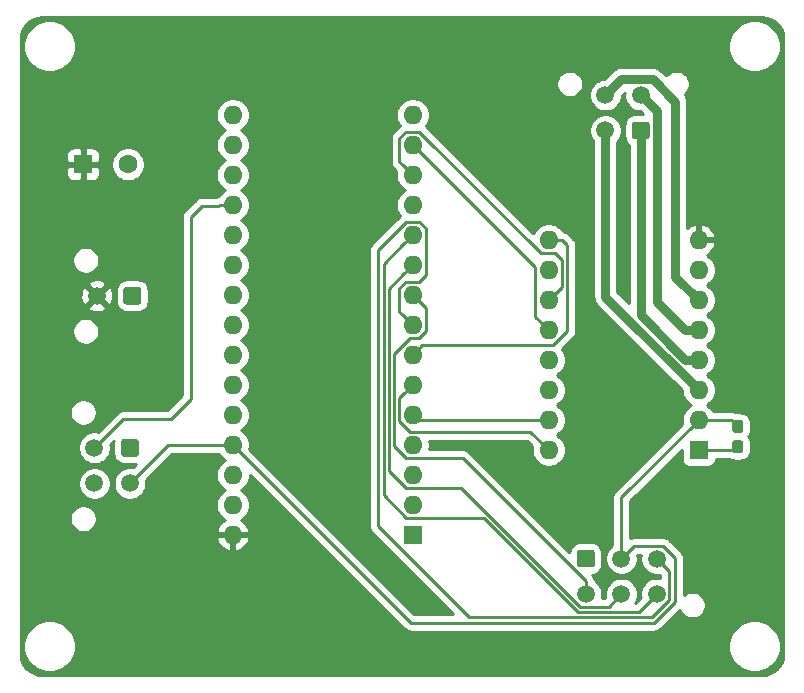
<source format=gtl>
G04 #@! TF.GenerationSoftware,KiCad,Pcbnew,(5.1.5)-3*
G04 #@! TF.CreationDate,2021-04-09T20:03:54-05:00*
G04 #@! TF.ProjectId,turner_pcb,7475726e-6572-45f7-9063-622e6b696361,rev?*
G04 #@! TF.SameCoordinates,Original*
G04 #@! TF.FileFunction,Copper,L1,Top*
G04 #@! TF.FilePolarity,Positive*
%FSLAX46Y46*%
G04 Gerber Fmt 4.6, Leading zero omitted, Abs format (unit mm)*
G04 Created by KiCad (PCBNEW (5.1.5)-3) date 2021-04-09 20:03:54*
%MOMM*%
%LPD*%
G04 APERTURE LIST*
%ADD10C,1.600000*%
%ADD11R,1.600000X1.600000*%
%ADD12C,0.150000*%
%ADD13C,1.500000*%
%ADD14O,1.600000X1.600000*%
%ADD15C,0.250000*%
%ADD16C,0.762000*%
%ADD17C,0.508000*%
%ADD18C,0.254000*%
G04 APERTURE END LIST*
D10*
X54803200Y-35102800D03*
D11*
X51003200Y-35102800D03*
G04 #@! TA.AperFunction,ComponentPad*
D12*
G36*
X55490104Y-58357004D02*
G01*
X55514373Y-58360604D01*
X55538171Y-58366565D01*
X55561271Y-58374830D01*
X55583449Y-58385320D01*
X55604493Y-58397933D01*
X55624198Y-58412547D01*
X55642377Y-58429023D01*
X55658853Y-58447202D01*
X55673467Y-58466907D01*
X55686080Y-58487951D01*
X55696570Y-58510129D01*
X55704835Y-58533229D01*
X55710796Y-58557027D01*
X55714396Y-58581296D01*
X55715600Y-58605800D01*
X55715600Y-59605800D01*
X55714396Y-59630304D01*
X55710796Y-59654573D01*
X55704835Y-59678371D01*
X55696570Y-59701471D01*
X55686080Y-59723649D01*
X55673467Y-59744693D01*
X55658853Y-59764398D01*
X55642377Y-59782577D01*
X55624198Y-59799053D01*
X55604493Y-59813667D01*
X55583449Y-59826280D01*
X55561271Y-59836770D01*
X55538171Y-59845035D01*
X55514373Y-59850996D01*
X55490104Y-59854596D01*
X55465600Y-59855800D01*
X54465600Y-59855800D01*
X54441096Y-59854596D01*
X54416827Y-59850996D01*
X54393029Y-59845035D01*
X54369929Y-59836770D01*
X54347751Y-59826280D01*
X54326707Y-59813667D01*
X54307002Y-59799053D01*
X54288823Y-59782577D01*
X54272347Y-59764398D01*
X54257733Y-59744693D01*
X54245120Y-59723649D01*
X54234630Y-59701471D01*
X54226365Y-59678371D01*
X54220404Y-59654573D01*
X54216804Y-59630304D01*
X54215600Y-59605800D01*
X54215600Y-58605800D01*
X54216804Y-58581296D01*
X54220404Y-58557027D01*
X54226365Y-58533229D01*
X54234630Y-58510129D01*
X54245120Y-58487951D01*
X54257733Y-58466907D01*
X54272347Y-58447202D01*
X54288823Y-58429023D01*
X54307002Y-58412547D01*
X54326707Y-58397933D01*
X54347751Y-58385320D01*
X54369929Y-58374830D01*
X54393029Y-58366565D01*
X54416827Y-58360604D01*
X54441096Y-58357004D01*
X54465600Y-58355800D01*
X55465600Y-58355800D01*
X55490104Y-58357004D01*
G37*
G04 #@! TD.AperFunction*
D13*
X54965600Y-62105800D03*
X51965600Y-59105800D03*
X51965600Y-62105800D03*
D14*
X90424000Y-59283600D03*
X103124000Y-41503600D03*
X90424000Y-56743600D03*
X103124000Y-44043600D03*
X90424000Y-54203600D03*
X103124000Y-46583600D03*
X90424000Y-51663600D03*
X103124000Y-49123600D03*
X90424000Y-49123600D03*
X103124000Y-51663600D03*
X90424000Y-46583600D03*
X103124000Y-54203600D03*
X90424000Y-44043600D03*
X103124000Y-56743600D03*
X90424000Y-41503600D03*
D11*
X103124000Y-59283600D03*
X78917800Y-66471800D03*
D14*
X63677800Y-33451800D03*
X78917800Y-63931800D03*
X63677800Y-35991800D03*
X78917800Y-61391800D03*
X63677800Y-38531800D03*
X78917800Y-58851800D03*
X63677800Y-41071800D03*
X78917800Y-56311800D03*
X63677800Y-43611800D03*
X78917800Y-53771800D03*
X63677800Y-46151800D03*
X78917800Y-51231800D03*
X63677800Y-48691800D03*
X78917800Y-48691800D03*
X63677800Y-51231800D03*
X78917800Y-46151800D03*
X63677800Y-53771800D03*
X78917800Y-43611800D03*
X63677800Y-56311800D03*
X78917800Y-41071800D03*
X63677800Y-58851800D03*
X78917800Y-38531800D03*
X63677800Y-61391800D03*
X78917800Y-35991800D03*
X63677800Y-63931800D03*
X78917800Y-33451800D03*
X63677800Y-66471800D03*
X78917800Y-30911800D03*
X63677800Y-30911800D03*
G04 #@! TA.AperFunction,ComponentPad*
D12*
G36*
X94098104Y-67729604D02*
G01*
X94122373Y-67733204D01*
X94146171Y-67739165D01*
X94169271Y-67747430D01*
X94191449Y-67757920D01*
X94212493Y-67770533D01*
X94232198Y-67785147D01*
X94250377Y-67801623D01*
X94266853Y-67819802D01*
X94281467Y-67839507D01*
X94294080Y-67860551D01*
X94304570Y-67882729D01*
X94312835Y-67905829D01*
X94318796Y-67929627D01*
X94322396Y-67953896D01*
X94323600Y-67978400D01*
X94323600Y-68978400D01*
X94322396Y-69002904D01*
X94318796Y-69027173D01*
X94312835Y-69050971D01*
X94304570Y-69074071D01*
X94294080Y-69096249D01*
X94281467Y-69117293D01*
X94266853Y-69136998D01*
X94250377Y-69155177D01*
X94232198Y-69171653D01*
X94212493Y-69186267D01*
X94191449Y-69198880D01*
X94169271Y-69209370D01*
X94146171Y-69217635D01*
X94122373Y-69223596D01*
X94098104Y-69227196D01*
X94073600Y-69228400D01*
X93073600Y-69228400D01*
X93049096Y-69227196D01*
X93024827Y-69223596D01*
X93001029Y-69217635D01*
X92977929Y-69209370D01*
X92955751Y-69198880D01*
X92934707Y-69186267D01*
X92915002Y-69171653D01*
X92896823Y-69155177D01*
X92880347Y-69136998D01*
X92865733Y-69117293D01*
X92853120Y-69096249D01*
X92842630Y-69074071D01*
X92834365Y-69050971D01*
X92828404Y-69027173D01*
X92824804Y-69002904D01*
X92823600Y-68978400D01*
X92823600Y-67978400D01*
X92824804Y-67953896D01*
X92828404Y-67929627D01*
X92834365Y-67905829D01*
X92842630Y-67882729D01*
X92853120Y-67860551D01*
X92865733Y-67839507D01*
X92880347Y-67819802D01*
X92896823Y-67801623D01*
X92915002Y-67785147D01*
X92934707Y-67770533D01*
X92955751Y-67757920D01*
X92977929Y-67747430D01*
X93001029Y-67739165D01*
X93024827Y-67733204D01*
X93049096Y-67729604D01*
X93073600Y-67728400D01*
X94073600Y-67728400D01*
X94098104Y-67729604D01*
G37*
G04 #@! TD.AperFunction*
D13*
X96573600Y-68478400D03*
X99573600Y-68478400D03*
X93573600Y-71478400D03*
X96573600Y-71478400D03*
X99573600Y-71478400D03*
G04 #@! TA.AperFunction,ComponentPad*
D12*
G36*
X55693304Y-45479204D02*
G01*
X55717573Y-45482804D01*
X55741371Y-45488765D01*
X55764471Y-45497030D01*
X55786649Y-45507520D01*
X55807693Y-45520133D01*
X55827398Y-45534747D01*
X55845577Y-45551223D01*
X55862053Y-45569402D01*
X55876667Y-45589107D01*
X55889280Y-45610151D01*
X55899770Y-45632329D01*
X55908035Y-45655429D01*
X55913996Y-45679227D01*
X55917596Y-45703496D01*
X55918800Y-45728000D01*
X55918800Y-46728000D01*
X55917596Y-46752504D01*
X55913996Y-46776773D01*
X55908035Y-46800571D01*
X55899770Y-46823671D01*
X55889280Y-46845849D01*
X55876667Y-46866893D01*
X55862053Y-46886598D01*
X55845577Y-46904777D01*
X55827398Y-46921253D01*
X55807693Y-46935867D01*
X55786649Y-46948480D01*
X55764471Y-46958970D01*
X55741371Y-46967235D01*
X55717573Y-46973196D01*
X55693304Y-46976796D01*
X55668800Y-46978000D01*
X54668800Y-46978000D01*
X54644296Y-46976796D01*
X54620027Y-46973196D01*
X54596229Y-46967235D01*
X54573129Y-46958970D01*
X54550951Y-46948480D01*
X54529907Y-46935867D01*
X54510202Y-46921253D01*
X54492023Y-46904777D01*
X54475547Y-46886598D01*
X54460933Y-46866893D01*
X54448320Y-46845849D01*
X54437830Y-46823671D01*
X54429565Y-46800571D01*
X54423604Y-46776773D01*
X54420004Y-46752504D01*
X54418800Y-46728000D01*
X54418800Y-45728000D01*
X54420004Y-45703496D01*
X54423604Y-45679227D01*
X54429565Y-45655429D01*
X54437830Y-45632329D01*
X54448320Y-45610151D01*
X54460933Y-45589107D01*
X54475547Y-45569402D01*
X54492023Y-45551223D01*
X54510202Y-45534747D01*
X54529907Y-45520133D01*
X54550951Y-45507520D01*
X54573129Y-45497030D01*
X54596229Y-45488765D01*
X54620027Y-45482804D01*
X54644296Y-45479204D01*
X54668800Y-45478000D01*
X55668800Y-45478000D01*
X55693304Y-45479204D01*
G37*
G04 #@! TD.AperFunction*
D13*
X52168800Y-46228000D03*
X95221800Y-29232600D03*
X98221800Y-29232600D03*
X95221800Y-32232600D03*
G04 #@! TA.AperFunction,ComponentPad*
D12*
G36*
X98746304Y-31483804D02*
G01*
X98770573Y-31487404D01*
X98794371Y-31493365D01*
X98817471Y-31501630D01*
X98839649Y-31512120D01*
X98860693Y-31524733D01*
X98880398Y-31539347D01*
X98898577Y-31555823D01*
X98915053Y-31574002D01*
X98929667Y-31593707D01*
X98942280Y-31614751D01*
X98952770Y-31636929D01*
X98961035Y-31660029D01*
X98966996Y-31683827D01*
X98970596Y-31708096D01*
X98971800Y-31732600D01*
X98971800Y-32732600D01*
X98970596Y-32757104D01*
X98966996Y-32781373D01*
X98961035Y-32805171D01*
X98952770Y-32828271D01*
X98942280Y-32850449D01*
X98929667Y-32871493D01*
X98915053Y-32891198D01*
X98898577Y-32909377D01*
X98880398Y-32925853D01*
X98860693Y-32940467D01*
X98839649Y-32953080D01*
X98817471Y-32963570D01*
X98794371Y-32971835D01*
X98770573Y-32977796D01*
X98746304Y-32981396D01*
X98721800Y-32982600D01*
X97721800Y-32982600D01*
X97697296Y-32981396D01*
X97673027Y-32977796D01*
X97649229Y-32971835D01*
X97626129Y-32963570D01*
X97603951Y-32953080D01*
X97582907Y-32940467D01*
X97563202Y-32925853D01*
X97545023Y-32909377D01*
X97528547Y-32891198D01*
X97513933Y-32871493D01*
X97501320Y-32850449D01*
X97490830Y-32828271D01*
X97482565Y-32805171D01*
X97476604Y-32781373D01*
X97473004Y-32757104D01*
X97471800Y-32732600D01*
X97471800Y-31732600D01*
X97473004Y-31708096D01*
X97476604Y-31683827D01*
X97482565Y-31660029D01*
X97490830Y-31636929D01*
X97501320Y-31614751D01*
X97513933Y-31593707D01*
X97528547Y-31574002D01*
X97545023Y-31555823D01*
X97563202Y-31539347D01*
X97582907Y-31524733D01*
X97603951Y-31512120D01*
X97626129Y-31501630D01*
X97649229Y-31493365D01*
X97673027Y-31487404D01*
X97697296Y-31483804D01*
X97721800Y-31482600D01*
X98721800Y-31482600D01*
X98746304Y-31483804D01*
G37*
G04 #@! TD.AperFunction*
G04 #@! TA.AperFunction,SMDPad,CuDef*
G36*
X106686779Y-56742844D02*
G01*
X106709834Y-56746263D01*
X106732443Y-56751927D01*
X106754387Y-56759779D01*
X106775457Y-56769744D01*
X106795448Y-56781726D01*
X106814168Y-56795610D01*
X106831438Y-56811262D01*
X106847090Y-56828532D01*
X106860974Y-56847252D01*
X106872956Y-56867243D01*
X106882921Y-56888313D01*
X106890773Y-56910257D01*
X106896437Y-56932866D01*
X106899856Y-56955921D01*
X106901000Y-56979200D01*
X106901000Y-57579200D01*
X106899856Y-57602479D01*
X106896437Y-57625534D01*
X106890773Y-57648143D01*
X106882921Y-57670087D01*
X106872956Y-57691157D01*
X106860974Y-57711148D01*
X106847090Y-57729868D01*
X106831438Y-57747138D01*
X106814168Y-57762790D01*
X106795448Y-57776674D01*
X106775457Y-57788656D01*
X106754387Y-57798621D01*
X106732443Y-57806473D01*
X106709834Y-57812137D01*
X106686779Y-57815556D01*
X106663500Y-57816700D01*
X106188500Y-57816700D01*
X106165221Y-57815556D01*
X106142166Y-57812137D01*
X106119557Y-57806473D01*
X106097613Y-57798621D01*
X106076543Y-57788656D01*
X106056552Y-57776674D01*
X106037832Y-57762790D01*
X106020562Y-57747138D01*
X106004910Y-57729868D01*
X105991026Y-57711148D01*
X105979044Y-57691157D01*
X105969079Y-57670087D01*
X105961227Y-57648143D01*
X105955563Y-57625534D01*
X105952144Y-57602479D01*
X105951000Y-57579200D01*
X105951000Y-56979200D01*
X105952144Y-56955921D01*
X105955563Y-56932866D01*
X105961227Y-56910257D01*
X105969079Y-56888313D01*
X105979044Y-56867243D01*
X105991026Y-56847252D01*
X106004910Y-56828532D01*
X106020562Y-56811262D01*
X106037832Y-56795610D01*
X106056552Y-56781726D01*
X106076543Y-56769744D01*
X106097613Y-56759779D01*
X106119557Y-56751927D01*
X106142166Y-56746263D01*
X106165221Y-56742844D01*
X106188500Y-56741700D01*
X106663500Y-56741700D01*
X106686779Y-56742844D01*
G37*
G04 #@! TD.AperFunction*
G04 #@! TA.AperFunction,SMDPad,CuDef*
G36*
X106686779Y-58467844D02*
G01*
X106709834Y-58471263D01*
X106732443Y-58476927D01*
X106754387Y-58484779D01*
X106775457Y-58494744D01*
X106795448Y-58506726D01*
X106814168Y-58520610D01*
X106831438Y-58536262D01*
X106847090Y-58553532D01*
X106860974Y-58572252D01*
X106872956Y-58592243D01*
X106882921Y-58613313D01*
X106890773Y-58635257D01*
X106896437Y-58657866D01*
X106899856Y-58680921D01*
X106901000Y-58704200D01*
X106901000Y-59304200D01*
X106899856Y-59327479D01*
X106896437Y-59350534D01*
X106890773Y-59373143D01*
X106882921Y-59395087D01*
X106872956Y-59416157D01*
X106860974Y-59436148D01*
X106847090Y-59454868D01*
X106831438Y-59472138D01*
X106814168Y-59487790D01*
X106795448Y-59501674D01*
X106775457Y-59513656D01*
X106754387Y-59523621D01*
X106732443Y-59531473D01*
X106709834Y-59537137D01*
X106686779Y-59540556D01*
X106663500Y-59541700D01*
X106188500Y-59541700D01*
X106165221Y-59540556D01*
X106142166Y-59537137D01*
X106119557Y-59531473D01*
X106097613Y-59523621D01*
X106076543Y-59513656D01*
X106056552Y-59501674D01*
X106037832Y-59487790D01*
X106020562Y-59472138D01*
X106004910Y-59454868D01*
X105991026Y-59436148D01*
X105979044Y-59416157D01*
X105969079Y-59395087D01*
X105961227Y-59373143D01*
X105955563Y-59350534D01*
X105952144Y-59327479D01*
X105951000Y-59304200D01*
X105951000Y-58704200D01*
X105952144Y-58680921D01*
X105955563Y-58657866D01*
X105961227Y-58635257D01*
X105969079Y-58613313D01*
X105979044Y-58592243D01*
X105991026Y-58572252D01*
X106004910Y-58553532D01*
X106020562Y-58536262D01*
X106037832Y-58520610D01*
X106056552Y-58506726D01*
X106076543Y-58494744D01*
X106097613Y-58484779D01*
X106119557Y-58476927D01*
X106142166Y-58471263D01*
X106165221Y-58467844D01*
X106188500Y-58466700D01*
X106663500Y-58466700D01*
X106686779Y-58467844D01*
G37*
G04 #@! TD.AperFunction*
D15*
X106146600Y-59283600D02*
X106426000Y-59004200D01*
X103124000Y-59283600D02*
X106146600Y-59283600D01*
X58219600Y-58851800D02*
X54965600Y-62105800D01*
X63677800Y-58851800D02*
X58219600Y-58851800D01*
X96573600Y-63294000D02*
X96573600Y-68478400D01*
X103124000Y-56743600D02*
X96573600Y-63294000D01*
X97648601Y-67403399D02*
X97323599Y-67728401D01*
X100089601Y-67403399D02*
X97648601Y-67403399D01*
X101098611Y-68412409D02*
X100089601Y-67403399D01*
X97323599Y-67728401D02*
X96573600Y-68478400D01*
X101098611Y-72180801D02*
X101098611Y-68412409D01*
X99375983Y-73903429D02*
X101098611Y-72180801D01*
X78729430Y-73903430D02*
X99375983Y-73903429D01*
X63677800Y-58851800D02*
X78729430Y-73903430D01*
X105890400Y-56743600D02*
X106426000Y-57279200D01*
X103124000Y-56743600D02*
X105890400Y-56743600D01*
X79717799Y-50431801D02*
X78917800Y-51231800D01*
X90780801Y-50431801D02*
X79717799Y-50431801D01*
X91999011Y-49213591D02*
X90780801Y-50431801D01*
X91999011Y-41947241D02*
X91999011Y-49213591D01*
X91555370Y-41503600D02*
X91999011Y-41947241D01*
X90424000Y-41503600D02*
X91555370Y-41503600D01*
X79349600Y-56743600D02*
X78917800Y-56311800D01*
X90424000Y-56743600D02*
X79349600Y-56743600D01*
X78117801Y-54571799D02*
X78917800Y-53771800D01*
X77792799Y-56851801D02*
X77792799Y-54896801D01*
X77792799Y-54896801D02*
X78117801Y-54571799D01*
X78667797Y-57726799D02*
X77792799Y-56851801D01*
X88867199Y-57726799D02*
X78667797Y-57726799D01*
X90424000Y-59283600D02*
X88867199Y-57726799D01*
X62546430Y-38531800D02*
X62470230Y-38608000D01*
X63677800Y-38531800D02*
X62546430Y-38531800D01*
X62470230Y-38608000D02*
X61087000Y-38608000D01*
X61087000Y-38608000D02*
X60121800Y-39573200D01*
X60121800Y-39573200D02*
X60121800Y-54965600D01*
X60121800Y-54965600D02*
X58420000Y-56667400D01*
X54404000Y-56667400D02*
X51965600Y-59105800D01*
X58420000Y-56667400D02*
X54404000Y-56667400D01*
X78117801Y-47891801D02*
X78917800Y-48691800D01*
X77792799Y-47566799D02*
X78117801Y-47891801D01*
X77792799Y-45611799D02*
X77792799Y-47566799D01*
X78377799Y-45026799D02*
X77792799Y-45611799D01*
X79457801Y-45026799D02*
X78377799Y-45026799D01*
X80042801Y-44441799D02*
X79457801Y-45026799D01*
X80042801Y-40531799D02*
X80042801Y-44441799D01*
X79457801Y-39946799D02*
X80042801Y-40531799D01*
X78377799Y-39946799D02*
X79457801Y-39946799D01*
X75992761Y-42331837D02*
X78377799Y-39946799D01*
X75992761Y-65731763D02*
X75992761Y-42331837D01*
X83714418Y-73453420D02*
X75992761Y-65731763D01*
X99189582Y-73453420D02*
X83714418Y-73453420D01*
X100648601Y-71994401D02*
X99189582Y-73453420D01*
X100648601Y-69553401D02*
X100648601Y-71994401D01*
X99573600Y-68478400D02*
X100648601Y-69553401D01*
X79717799Y-46951799D02*
X78917800Y-46151800D01*
X78667797Y-49816801D02*
X79457801Y-49816801D01*
X77342789Y-51141809D02*
X78667797Y-49816801D01*
X77342789Y-58941791D02*
X77342789Y-51141809D01*
X79457801Y-49816801D02*
X80042801Y-49231801D01*
X78377799Y-59976801D02*
X77342789Y-58941791D01*
X80042801Y-47276801D02*
X79717799Y-46951799D01*
X83132661Y-59976801D02*
X78377799Y-59976801D01*
X80042801Y-49231801D02*
X80042801Y-47276801D01*
X93573600Y-70417740D02*
X83132661Y-59976801D01*
X93573600Y-71478400D02*
X93573600Y-70417740D01*
X76892779Y-45636821D02*
X78117801Y-44411799D01*
X76892779Y-61031781D02*
X76892779Y-45636821D01*
X83020999Y-62516801D02*
X78377799Y-62516801D01*
X78117801Y-44411799D02*
X78917800Y-43611800D01*
X78377799Y-62516801D02*
X76892779Y-61031781D01*
X93057599Y-72553401D02*
X83020999Y-62516801D01*
X95498599Y-72553401D02*
X93057599Y-72553401D01*
X96573600Y-71478400D02*
X95498599Y-72553401D01*
X76442770Y-43546830D02*
X78117801Y-41871799D01*
X76442770Y-63121772D02*
X76442770Y-43546830D01*
X78377799Y-65056801D02*
X76442770Y-63121772D01*
X84924589Y-65056801D02*
X78377799Y-65056801D01*
X78117801Y-41871799D02*
X78917800Y-41071800D01*
X92871198Y-73003410D02*
X84924589Y-65056801D01*
X98048590Y-73003410D02*
X92871198Y-73003410D01*
X99573600Y-71478400D02*
X98048590Y-73003410D01*
D16*
X103124000Y-46583600D02*
X101142800Y-44602400D01*
X96552801Y-27901599D02*
X95971799Y-28482601D01*
X99230917Y-27901599D02*
X96552801Y-27901599D01*
X101142800Y-29813482D02*
X99230917Y-27901599D01*
X95971799Y-28482601D02*
X95221800Y-29232600D01*
X101142800Y-44602400D02*
X101142800Y-29813482D01*
X101992630Y-49123600D02*
X99593400Y-46724370D01*
X103124000Y-49123600D02*
X101992630Y-49123600D01*
X99593400Y-30604200D02*
X98221800Y-29232600D01*
X99593400Y-46724370D02*
X99593400Y-30604200D01*
D17*
X98221800Y-32982600D02*
X98221800Y-32232600D01*
D16*
X101992630Y-51663600D02*
X98221800Y-47892770D01*
X98221800Y-47892770D02*
X98221800Y-32982600D01*
X103124000Y-51663600D02*
X101992630Y-51663600D01*
X95221800Y-46301400D02*
X95221800Y-32232600D01*
X103124000Y-54203600D02*
X95221800Y-46301400D01*
D15*
X78117801Y-35191801D02*
X78917800Y-35991800D01*
X77792799Y-32911799D02*
X77792799Y-34866799D01*
X78377799Y-32326799D02*
X77792799Y-32911799D01*
X89759603Y-42628601D02*
X79457801Y-32326799D01*
X79457801Y-32326799D02*
X78377799Y-32326799D01*
X90964001Y-42628601D02*
X89759603Y-42628601D01*
X91549001Y-43213601D02*
X90964001Y-42628601D01*
X77792799Y-34866799D02*
X78117801Y-35191801D01*
X91549001Y-45458599D02*
X91549001Y-43213601D01*
X90424000Y-46583600D02*
X91549001Y-45458599D01*
X79717799Y-34251799D02*
X78917800Y-33451800D01*
X89298999Y-43832999D02*
X79717799Y-34251799D01*
X89298999Y-47998599D02*
X89298999Y-43832999D01*
X90424000Y-49123600D02*
X89298999Y-47998599D01*
D18*
G36*
X108833305Y-22693033D02*
G01*
X109169887Y-22794653D01*
X109480319Y-22959712D01*
X109752777Y-23181923D01*
X109976888Y-23452827D01*
X110144110Y-23762096D01*
X110248078Y-24097960D01*
X110288399Y-24481591D01*
X110288398Y-76494262D01*
X110250566Y-76880107D01*
X110148946Y-77216687D01*
X109983884Y-77527121D01*
X109761672Y-77799580D01*
X109490771Y-78023688D01*
X109181498Y-78190912D01*
X108845637Y-78294878D01*
X108462017Y-78335198D01*
X47559356Y-78335200D01*
X47173491Y-78297366D01*
X46836911Y-78195746D01*
X46526477Y-78030684D01*
X46254018Y-77808472D01*
X46029910Y-77537571D01*
X45862686Y-77228298D01*
X45758720Y-76892437D01*
X45718400Y-76508817D01*
X45718400Y-75678041D01*
X45953567Y-75678041D01*
X45953567Y-76112355D01*
X46038298Y-76538324D01*
X46204502Y-76939577D01*
X46445794Y-77300696D01*
X46752901Y-77607803D01*
X47114020Y-77849095D01*
X47515273Y-78015299D01*
X47941242Y-78100030D01*
X48375556Y-78100030D01*
X48801525Y-78015299D01*
X49202778Y-77849095D01*
X49563897Y-77607803D01*
X49871004Y-77300696D01*
X50112296Y-76939577D01*
X50278500Y-76538324D01*
X50363231Y-76112355D01*
X50363231Y-75678041D01*
X105643567Y-75678041D01*
X105643567Y-76112355D01*
X105728298Y-76538324D01*
X105894502Y-76939577D01*
X106135794Y-77300696D01*
X106442901Y-77607803D01*
X106804020Y-77849095D01*
X107205273Y-78015299D01*
X107631242Y-78100030D01*
X108065556Y-78100030D01*
X108491525Y-78015299D01*
X108892778Y-77849095D01*
X109253897Y-77607803D01*
X109561004Y-77300696D01*
X109802296Y-76939577D01*
X109968500Y-76538324D01*
X110053231Y-76112355D01*
X110053231Y-75678041D01*
X109968500Y-75252072D01*
X109802296Y-74850819D01*
X109561004Y-74489700D01*
X109253897Y-74182593D01*
X108892778Y-73941301D01*
X108491525Y-73775097D01*
X108065556Y-73690366D01*
X107631242Y-73690366D01*
X107205273Y-73775097D01*
X106804020Y-73941301D01*
X106442901Y-74182593D01*
X106135794Y-74489700D01*
X105894502Y-74850819D01*
X105728298Y-75252072D01*
X105643567Y-75678041D01*
X50363231Y-75678041D01*
X50278500Y-75252072D01*
X50112296Y-74850819D01*
X49871004Y-74489700D01*
X49563897Y-74182593D01*
X49202778Y-73941301D01*
X48801525Y-73775097D01*
X48375556Y-73690366D01*
X47941242Y-73690366D01*
X47515273Y-73775097D01*
X47114020Y-73941301D01*
X46752901Y-74182593D01*
X46445794Y-74489700D01*
X46204502Y-74850819D01*
X46038298Y-75252072D01*
X45953567Y-75678041D01*
X45718400Y-75678041D01*
X45718400Y-66820839D01*
X62285896Y-66820839D01*
X62326554Y-66954887D01*
X62446763Y-67209220D01*
X62614281Y-67435214D01*
X62822669Y-67624185D01*
X63063919Y-67768870D01*
X63328760Y-67863709D01*
X63550800Y-67742424D01*
X63550800Y-66598800D01*
X63804800Y-66598800D01*
X63804800Y-67742424D01*
X64026840Y-67863709D01*
X64291681Y-67768870D01*
X64532931Y-67624185D01*
X64741319Y-67435214D01*
X64908837Y-67209220D01*
X65029046Y-66954887D01*
X65069704Y-66820839D01*
X64947715Y-66598800D01*
X63804800Y-66598800D01*
X63550800Y-66598800D01*
X62407885Y-66598800D01*
X62285896Y-66820839D01*
X45718400Y-66820839D01*
X45718400Y-64994012D01*
X49890600Y-64994012D01*
X49890600Y-65217588D01*
X49934217Y-65436867D01*
X50019776Y-65643424D01*
X50143988Y-65829320D01*
X50302080Y-65987412D01*
X50487976Y-66111624D01*
X50694533Y-66197183D01*
X50913812Y-66240800D01*
X51137388Y-66240800D01*
X51356667Y-66197183D01*
X51563224Y-66111624D01*
X51749120Y-65987412D01*
X51907212Y-65829320D01*
X52031424Y-65643424D01*
X52116983Y-65436867D01*
X52160600Y-65217588D01*
X52160600Y-64994012D01*
X52116983Y-64774733D01*
X52031424Y-64568176D01*
X51907212Y-64382280D01*
X51749120Y-64224188D01*
X51563224Y-64099976D01*
X51356667Y-64014417D01*
X51137388Y-63970800D01*
X50913812Y-63970800D01*
X50694533Y-64014417D01*
X50487976Y-64099976D01*
X50302080Y-64224188D01*
X50143988Y-64382280D01*
X50019776Y-64568176D01*
X49934217Y-64774733D01*
X49890600Y-64994012D01*
X45718400Y-64994012D01*
X45718400Y-61969389D01*
X50580600Y-61969389D01*
X50580600Y-62242211D01*
X50633825Y-62509789D01*
X50738229Y-62761843D01*
X50889801Y-62988686D01*
X51082714Y-63181599D01*
X51309557Y-63333171D01*
X51561611Y-63437575D01*
X51829189Y-63490800D01*
X52102011Y-63490800D01*
X52369589Y-63437575D01*
X52621643Y-63333171D01*
X52848486Y-63181599D01*
X53041399Y-62988686D01*
X53192971Y-62761843D01*
X53297375Y-62509789D01*
X53350600Y-62242211D01*
X53350600Y-61969389D01*
X53297375Y-61701811D01*
X53192971Y-61449757D01*
X53041399Y-61222914D01*
X52848486Y-61030001D01*
X52621643Y-60878429D01*
X52369589Y-60774025D01*
X52102011Y-60720800D01*
X51829189Y-60720800D01*
X51561611Y-60774025D01*
X51309557Y-60878429D01*
X51082714Y-61030001D01*
X50889801Y-61222914D01*
X50738229Y-61449757D01*
X50633825Y-61701811D01*
X50580600Y-61969389D01*
X45718400Y-61969389D01*
X45718400Y-58969389D01*
X50580600Y-58969389D01*
X50580600Y-59242211D01*
X50633825Y-59509789D01*
X50738229Y-59761843D01*
X50889801Y-59988686D01*
X51082714Y-60181599D01*
X51309557Y-60333171D01*
X51561611Y-60437575D01*
X51829189Y-60490800D01*
X52102011Y-60490800D01*
X52369589Y-60437575D01*
X52621643Y-60333171D01*
X52848486Y-60181599D01*
X53041399Y-59988686D01*
X53192971Y-59761843D01*
X53297375Y-59509789D01*
X53350600Y-59242211D01*
X53350600Y-58969389D01*
X53321767Y-58824435D01*
X53581584Y-58564617D01*
X53577528Y-58605800D01*
X53577528Y-59605800D01*
X53594592Y-59779054D01*
X53645128Y-59945650D01*
X53727195Y-60099186D01*
X53837638Y-60233762D01*
X53972214Y-60344205D01*
X54125750Y-60426272D01*
X54292346Y-60476808D01*
X54465600Y-60493872D01*
X55465600Y-60493872D01*
X55506783Y-60489816D01*
X55246965Y-60749633D01*
X55102011Y-60720800D01*
X54829189Y-60720800D01*
X54561611Y-60774025D01*
X54309557Y-60878429D01*
X54082714Y-61030001D01*
X53889801Y-61222914D01*
X53738229Y-61449757D01*
X53633825Y-61701811D01*
X53580600Y-61969389D01*
X53580600Y-62242211D01*
X53633825Y-62509789D01*
X53738229Y-62761843D01*
X53889801Y-62988686D01*
X54082714Y-63181599D01*
X54309557Y-63333171D01*
X54561611Y-63437575D01*
X54829189Y-63490800D01*
X55102011Y-63490800D01*
X55369589Y-63437575D01*
X55621643Y-63333171D01*
X55848486Y-63181599D01*
X56041399Y-62988686D01*
X56192971Y-62761843D01*
X56297375Y-62509789D01*
X56350600Y-62242211D01*
X56350600Y-61969389D01*
X56321767Y-61824435D01*
X58534402Y-59611800D01*
X62459757Y-59611800D01*
X62563163Y-59766559D01*
X62763041Y-59966437D01*
X62995559Y-60121800D01*
X62763041Y-60277163D01*
X62563163Y-60477041D01*
X62406120Y-60712073D01*
X62297947Y-60973226D01*
X62242800Y-61250465D01*
X62242800Y-61533135D01*
X62297947Y-61810374D01*
X62406120Y-62071527D01*
X62563163Y-62306559D01*
X62763041Y-62506437D01*
X62995559Y-62661800D01*
X62763041Y-62817163D01*
X62563163Y-63017041D01*
X62406120Y-63252073D01*
X62297947Y-63513226D01*
X62242800Y-63790465D01*
X62242800Y-64073135D01*
X62297947Y-64350374D01*
X62406120Y-64611527D01*
X62563163Y-64846559D01*
X62763041Y-65046437D01*
X62998073Y-65203480D01*
X63008665Y-65207867D01*
X62822669Y-65319415D01*
X62614281Y-65508386D01*
X62446763Y-65734380D01*
X62326554Y-65988713D01*
X62285896Y-66122761D01*
X62407885Y-66344800D01*
X63550800Y-66344800D01*
X63550800Y-66324800D01*
X63804800Y-66324800D01*
X63804800Y-66344800D01*
X64947715Y-66344800D01*
X65069704Y-66122761D01*
X65029046Y-65988713D01*
X64908837Y-65734380D01*
X64741319Y-65508386D01*
X64532931Y-65319415D01*
X64346935Y-65207867D01*
X64357527Y-65203480D01*
X64592559Y-65046437D01*
X64792437Y-64846559D01*
X64949480Y-64611527D01*
X65057653Y-64350374D01*
X65112800Y-64073135D01*
X65112800Y-63790465D01*
X65057653Y-63513226D01*
X64949480Y-63252073D01*
X64792437Y-63017041D01*
X64592559Y-62817163D01*
X64360041Y-62661800D01*
X64592559Y-62506437D01*
X64792437Y-62306559D01*
X64949480Y-62071527D01*
X65057653Y-61810374D01*
X65112800Y-61533135D01*
X65112800Y-61361601D01*
X78165636Y-74414438D01*
X78189430Y-74443431D01*
X78218423Y-74467225D01*
X78218427Y-74467229D01*
X78305153Y-74538403D01*
X78305155Y-74538404D01*
X78437184Y-74608976D01*
X78580445Y-74652433D01*
X78692098Y-74663430D01*
X78692106Y-74663430D01*
X78729429Y-74667106D01*
X78766752Y-74663430D01*
X99338651Y-74663428D01*
X99375983Y-74667105D01*
X99413316Y-74663428D01*
X99524969Y-74652431D01*
X99568425Y-74639249D01*
X99668229Y-74608975D01*
X99800259Y-74538403D01*
X99886985Y-74467228D01*
X99886986Y-74467227D01*
X99915984Y-74443429D01*
X99939782Y-74414431D01*
X101518105Y-72836109D01*
X101567776Y-72956024D01*
X101691988Y-73141920D01*
X101850080Y-73300012D01*
X102035976Y-73424224D01*
X102242533Y-73509783D01*
X102461812Y-73553400D01*
X102685388Y-73553400D01*
X102904667Y-73509783D01*
X103111224Y-73424224D01*
X103297120Y-73300012D01*
X103455212Y-73141920D01*
X103579424Y-72956024D01*
X103664983Y-72749467D01*
X103708600Y-72530188D01*
X103708600Y-72306612D01*
X103664983Y-72087333D01*
X103579424Y-71880776D01*
X103455212Y-71694880D01*
X103297120Y-71536788D01*
X103111224Y-71412576D01*
X102904667Y-71327017D01*
X102685388Y-71283400D01*
X102461812Y-71283400D01*
X102242533Y-71327017D01*
X102035976Y-71412576D01*
X101858611Y-71531088D01*
X101858611Y-68449742D01*
X101862288Y-68412409D01*
X101847614Y-68263423D01*
X101804157Y-68120162D01*
X101733585Y-67988133D01*
X101662410Y-67901406D01*
X101638612Y-67872408D01*
X101609614Y-67848610D01*
X100653405Y-66892401D01*
X100629602Y-66863398D01*
X100513877Y-66768425D01*
X100381848Y-66697853D01*
X100238587Y-66654396D01*
X100126934Y-66643399D01*
X100126923Y-66643399D01*
X100089601Y-66639723D01*
X100052279Y-66643399D01*
X97685923Y-66643399D01*
X97648600Y-66639723D01*
X97611277Y-66643399D01*
X97611268Y-66643399D01*
X97499615Y-66654396D01*
X97356354Y-66697853D01*
X97333600Y-66710015D01*
X97333600Y-63608801D01*
X101685928Y-59256474D01*
X101685928Y-60083600D01*
X101698188Y-60208082D01*
X101734498Y-60327780D01*
X101793463Y-60438094D01*
X101872815Y-60534785D01*
X101969506Y-60614137D01*
X102079820Y-60673102D01*
X102199518Y-60709412D01*
X102324000Y-60721672D01*
X103924000Y-60721672D01*
X104048482Y-60709412D01*
X104168180Y-60673102D01*
X104278494Y-60614137D01*
X104375185Y-60534785D01*
X104454537Y-60438094D01*
X104513502Y-60327780D01*
X104549812Y-60208082D01*
X104562072Y-60083600D01*
X104562072Y-60043600D01*
X105723364Y-60043600D01*
X105853433Y-60113123D01*
X106017684Y-60162948D01*
X106188500Y-60179772D01*
X106663500Y-60179772D01*
X106834316Y-60162948D01*
X106998567Y-60113123D01*
X107149942Y-60032212D01*
X107282623Y-59923323D01*
X107391512Y-59790642D01*
X107472423Y-59639267D01*
X107522248Y-59475016D01*
X107539072Y-59304200D01*
X107539072Y-58704200D01*
X107522248Y-58533384D01*
X107472423Y-58369133D01*
X107391512Y-58217758D01*
X107329093Y-58141700D01*
X107391512Y-58065642D01*
X107472423Y-57914267D01*
X107522248Y-57750016D01*
X107539072Y-57579200D01*
X107539072Y-56979200D01*
X107522248Y-56808384D01*
X107472423Y-56644133D01*
X107391512Y-56492758D01*
X107282623Y-56360077D01*
X107149942Y-56251188D01*
X106998567Y-56170277D01*
X106834316Y-56120452D01*
X106663500Y-56103628D01*
X106305326Y-56103628D01*
X106182647Y-56038054D01*
X106039386Y-55994597D01*
X105927733Y-55983600D01*
X105927722Y-55983600D01*
X105890400Y-55979924D01*
X105853078Y-55983600D01*
X104342043Y-55983600D01*
X104238637Y-55828841D01*
X104038759Y-55628963D01*
X103806241Y-55473600D01*
X104038759Y-55318237D01*
X104238637Y-55118359D01*
X104395680Y-54883327D01*
X104503853Y-54622174D01*
X104559000Y-54344935D01*
X104559000Y-54062265D01*
X104503853Y-53785026D01*
X104395680Y-53523873D01*
X104238637Y-53288841D01*
X104038759Y-53088963D01*
X103806241Y-52933600D01*
X104038759Y-52778237D01*
X104238637Y-52578359D01*
X104395680Y-52343327D01*
X104503853Y-52082174D01*
X104559000Y-51804935D01*
X104559000Y-51522265D01*
X104503853Y-51245026D01*
X104395680Y-50983873D01*
X104238637Y-50748841D01*
X104038759Y-50548963D01*
X103806241Y-50393600D01*
X104038759Y-50238237D01*
X104238637Y-50038359D01*
X104395680Y-49803327D01*
X104503853Y-49542174D01*
X104559000Y-49264935D01*
X104559000Y-48982265D01*
X104503853Y-48705026D01*
X104395680Y-48443873D01*
X104238637Y-48208841D01*
X104038759Y-48008963D01*
X103806241Y-47853600D01*
X104038759Y-47698237D01*
X104238637Y-47498359D01*
X104395680Y-47263327D01*
X104503853Y-47002174D01*
X104559000Y-46724935D01*
X104559000Y-46442265D01*
X104503853Y-46165026D01*
X104395680Y-45903873D01*
X104238637Y-45668841D01*
X104038759Y-45468963D01*
X103806241Y-45313600D01*
X104038759Y-45158237D01*
X104238637Y-44958359D01*
X104395680Y-44723327D01*
X104503853Y-44462174D01*
X104559000Y-44184935D01*
X104559000Y-43902265D01*
X104503853Y-43625026D01*
X104395680Y-43363873D01*
X104238637Y-43128841D01*
X104038759Y-42928963D01*
X103803727Y-42771920D01*
X103793135Y-42767533D01*
X103979131Y-42655985D01*
X104187519Y-42467014D01*
X104355037Y-42241020D01*
X104475246Y-41986687D01*
X104515904Y-41852639D01*
X104393915Y-41630600D01*
X103251000Y-41630600D01*
X103251000Y-41650600D01*
X102997000Y-41650600D01*
X102997000Y-41630600D01*
X102977000Y-41630600D01*
X102977000Y-41376600D01*
X102997000Y-41376600D01*
X102997000Y-40232976D01*
X103251000Y-40232976D01*
X103251000Y-41376600D01*
X104393915Y-41376600D01*
X104515904Y-41154561D01*
X104475246Y-41020513D01*
X104355037Y-40766180D01*
X104187519Y-40540186D01*
X103979131Y-40351215D01*
X103737881Y-40206530D01*
X103473040Y-40111691D01*
X103251000Y-40232976D01*
X102997000Y-40232976D01*
X102774960Y-40111691D01*
X102510119Y-40206530D01*
X102268869Y-40351215D01*
X102158800Y-40451028D01*
X102158800Y-29863384D01*
X102163715Y-29813482D01*
X102144098Y-29614311D01*
X102086002Y-29422794D01*
X102037183Y-29331460D01*
X101991660Y-29246292D01*
X101937044Y-29179742D01*
X101945320Y-29174212D01*
X102103412Y-29016120D01*
X102227624Y-28830224D01*
X102313183Y-28623667D01*
X102356800Y-28404388D01*
X102356800Y-28180812D01*
X102313183Y-27961533D01*
X102227624Y-27754976D01*
X102103412Y-27569080D01*
X101945320Y-27410988D01*
X101759424Y-27286776D01*
X101552867Y-27201217D01*
X101333588Y-27157600D01*
X101110012Y-27157600D01*
X100890733Y-27201217D01*
X100684176Y-27286776D01*
X100498280Y-27410988D01*
X100340188Y-27569080D01*
X100338205Y-27572047D01*
X99984629Y-27218471D01*
X99952813Y-27179703D01*
X99798107Y-27052739D01*
X99621604Y-26958397D01*
X99430088Y-26900301D01*
X99280819Y-26885599D01*
X99230917Y-26880684D01*
X99181015Y-26885599D01*
X96602703Y-26885599D01*
X96552801Y-26880684D01*
X96353630Y-26900301D01*
X96162113Y-26958397D01*
X96100633Y-26991259D01*
X95985611Y-27052739D01*
X95830905Y-27179703D01*
X95799088Y-27218472D01*
X95288670Y-27728890D01*
X95288664Y-27728895D01*
X95169959Y-27847600D01*
X95085389Y-27847600D01*
X94817811Y-27900825D01*
X94565757Y-28005229D01*
X94338914Y-28156801D01*
X94146001Y-28349714D01*
X93994429Y-28576557D01*
X93890025Y-28828611D01*
X93836800Y-29096189D01*
X93836800Y-29369011D01*
X93890025Y-29636589D01*
X93994429Y-29888643D01*
X94146001Y-30115486D01*
X94338914Y-30308399D01*
X94565757Y-30459971D01*
X94817811Y-30564375D01*
X95085389Y-30617600D01*
X95358211Y-30617600D01*
X95625789Y-30564375D01*
X95877843Y-30459971D01*
X96104686Y-30308399D01*
X96297599Y-30115486D01*
X96449171Y-29888643D01*
X96553575Y-29636589D01*
X96606800Y-29369011D01*
X96606800Y-29284441D01*
X96725505Y-29165736D01*
X96725510Y-29165730D01*
X96847167Y-29044073D01*
X96836800Y-29096189D01*
X96836800Y-29369011D01*
X96890025Y-29636589D01*
X96994429Y-29888643D01*
X97146001Y-30115486D01*
X97338914Y-30308399D01*
X97565757Y-30459971D01*
X97817811Y-30564375D01*
X98085389Y-30617600D01*
X98169960Y-30617600D01*
X98396887Y-30844528D01*
X97721800Y-30844528D01*
X97548546Y-30861592D01*
X97381950Y-30912128D01*
X97228414Y-30994195D01*
X97093838Y-31104638D01*
X96983395Y-31239214D01*
X96901328Y-31392750D01*
X96850792Y-31559346D01*
X96833728Y-31732600D01*
X96833728Y-32732600D01*
X96850792Y-32905854D01*
X96901328Y-33072450D01*
X96983395Y-33225986D01*
X97093838Y-33360562D01*
X97205801Y-33452447D01*
X97205800Y-46848560D01*
X96237800Y-45880560D01*
X96237800Y-33175285D01*
X96297599Y-33115486D01*
X96449171Y-32888643D01*
X96553575Y-32636589D01*
X96606800Y-32369011D01*
X96606800Y-32096189D01*
X96553575Y-31828611D01*
X96449171Y-31576557D01*
X96297599Y-31349714D01*
X96104686Y-31156801D01*
X95877843Y-31005229D01*
X95625789Y-30900825D01*
X95358211Y-30847600D01*
X95085389Y-30847600D01*
X94817811Y-30900825D01*
X94565757Y-31005229D01*
X94338914Y-31156801D01*
X94146001Y-31349714D01*
X93994429Y-31576557D01*
X93890025Y-31828611D01*
X93836800Y-32096189D01*
X93836800Y-32369011D01*
X93890025Y-32636589D01*
X93994429Y-32888643D01*
X94146001Y-33115486D01*
X94205801Y-33175286D01*
X94205800Y-46251498D01*
X94200885Y-46301400D01*
X94205800Y-46351301D01*
X94220502Y-46500570D01*
X94278598Y-46692086D01*
X94372940Y-46868590D01*
X94499904Y-47023296D01*
X94538672Y-47055112D01*
X101689000Y-54205441D01*
X101689000Y-54344935D01*
X101744147Y-54622174D01*
X101852320Y-54883327D01*
X102009363Y-55118359D01*
X102209241Y-55318237D01*
X102441759Y-55473600D01*
X102209241Y-55628963D01*
X102009363Y-55828841D01*
X101852320Y-56063873D01*
X101744147Y-56325026D01*
X101689000Y-56602265D01*
X101689000Y-56884935D01*
X101725312Y-57067486D01*
X96062603Y-62730196D01*
X96033599Y-62753999D01*
X95988423Y-62809047D01*
X95938626Y-62869724D01*
X95900487Y-62941077D01*
X95868054Y-63001754D01*
X95824597Y-63145015D01*
X95813600Y-63256668D01*
X95813600Y-63256678D01*
X95809924Y-63294000D01*
X95813600Y-63331323D01*
X95813601Y-67320490D01*
X95690714Y-67402601D01*
X95497801Y-67595514D01*
X95346229Y-67822357D01*
X95241825Y-68074411D01*
X95188600Y-68341989D01*
X95188600Y-68614811D01*
X95241825Y-68882389D01*
X95346229Y-69134443D01*
X95497801Y-69361286D01*
X95690714Y-69554199D01*
X95917557Y-69705771D01*
X96169611Y-69810175D01*
X96437189Y-69863400D01*
X96710011Y-69863400D01*
X96977589Y-69810175D01*
X97229643Y-69705771D01*
X97456486Y-69554199D01*
X97649399Y-69361286D01*
X97800971Y-69134443D01*
X97905375Y-68882389D01*
X97958600Y-68614811D01*
X97958600Y-68341989D01*
X97929767Y-68197034D01*
X97963402Y-68163399D01*
X98224124Y-68163399D01*
X98188600Y-68341989D01*
X98188600Y-68614811D01*
X98241825Y-68882389D01*
X98346229Y-69134443D01*
X98497801Y-69361286D01*
X98690714Y-69554199D01*
X98917557Y-69705771D01*
X99169611Y-69810175D01*
X99437189Y-69863400D01*
X99710011Y-69863400D01*
X99854965Y-69834567D01*
X99888601Y-69868203D01*
X99888601Y-70128924D01*
X99710011Y-70093400D01*
X99437189Y-70093400D01*
X99169611Y-70146625D01*
X98917557Y-70251029D01*
X98690714Y-70402601D01*
X98497801Y-70595514D01*
X98346229Y-70822357D01*
X98241825Y-71074411D01*
X98188600Y-71341989D01*
X98188600Y-71614811D01*
X98217433Y-71759765D01*
X97733789Y-72243410D01*
X97728161Y-72243410D01*
X97800971Y-72134443D01*
X97905375Y-71882389D01*
X97958600Y-71614811D01*
X97958600Y-71341989D01*
X97905375Y-71074411D01*
X97800971Y-70822357D01*
X97649399Y-70595514D01*
X97456486Y-70402601D01*
X97229643Y-70251029D01*
X96977589Y-70146625D01*
X96710011Y-70093400D01*
X96437189Y-70093400D01*
X96169611Y-70146625D01*
X95917557Y-70251029D01*
X95690714Y-70402601D01*
X95497801Y-70595514D01*
X95346229Y-70822357D01*
X95241825Y-71074411D01*
X95188600Y-71341989D01*
X95188600Y-71614811D01*
X95217433Y-71759765D01*
X95183798Y-71793401D01*
X94923076Y-71793401D01*
X94958600Y-71614811D01*
X94958600Y-71341989D01*
X94905375Y-71074411D01*
X94800971Y-70822357D01*
X94649399Y-70595514D01*
X94456486Y-70402601D01*
X94327283Y-70316270D01*
X94322603Y-70268754D01*
X94279146Y-70125493D01*
X94208574Y-69993464D01*
X94137399Y-69906737D01*
X94113601Y-69877739D01*
X94097057Y-69864162D01*
X94246854Y-69849408D01*
X94413450Y-69798872D01*
X94566986Y-69716805D01*
X94701562Y-69606362D01*
X94812005Y-69471786D01*
X94894072Y-69318250D01*
X94944608Y-69151654D01*
X94961672Y-68978400D01*
X94961672Y-67978400D01*
X94944608Y-67805146D01*
X94894072Y-67638550D01*
X94812005Y-67485014D01*
X94701562Y-67350438D01*
X94566986Y-67239995D01*
X94413450Y-67157928D01*
X94246854Y-67107392D01*
X94073600Y-67090328D01*
X93073600Y-67090328D01*
X92900346Y-67107392D01*
X92733750Y-67157928D01*
X92580214Y-67239995D01*
X92445638Y-67350438D01*
X92335195Y-67485014D01*
X92253128Y-67638550D01*
X92202592Y-67805146D01*
X92187638Y-67956976D01*
X83696465Y-59465804D01*
X83672662Y-59436800D01*
X83556937Y-59341827D01*
X83424908Y-59271255D01*
X83281647Y-59227798D01*
X83169994Y-59216801D01*
X83169983Y-59216801D01*
X83132661Y-59213125D01*
X83095339Y-59216801D01*
X80308309Y-59216801D01*
X80352800Y-58993135D01*
X80352800Y-58710465D01*
X80308309Y-58486799D01*
X88552398Y-58486799D01*
X89025312Y-58959714D01*
X88989000Y-59142265D01*
X88989000Y-59424935D01*
X89044147Y-59702174D01*
X89152320Y-59963327D01*
X89309363Y-60198359D01*
X89509241Y-60398237D01*
X89744273Y-60555280D01*
X90005426Y-60663453D01*
X90282665Y-60718600D01*
X90565335Y-60718600D01*
X90842574Y-60663453D01*
X91103727Y-60555280D01*
X91338759Y-60398237D01*
X91538637Y-60198359D01*
X91695680Y-59963327D01*
X91803853Y-59702174D01*
X91859000Y-59424935D01*
X91859000Y-59142265D01*
X91803853Y-58865026D01*
X91695680Y-58603873D01*
X91538637Y-58368841D01*
X91338759Y-58168963D01*
X91106241Y-58013600D01*
X91338759Y-57858237D01*
X91538637Y-57658359D01*
X91695680Y-57423327D01*
X91803853Y-57162174D01*
X91859000Y-56884935D01*
X91859000Y-56602265D01*
X91803853Y-56325026D01*
X91695680Y-56063873D01*
X91538637Y-55828841D01*
X91338759Y-55628963D01*
X91106241Y-55473600D01*
X91338759Y-55318237D01*
X91538637Y-55118359D01*
X91695680Y-54883327D01*
X91803853Y-54622174D01*
X91859000Y-54344935D01*
X91859000Y-54062265D01*
X91803853Y-53785026D01*
X91695680Y-53523873D01*
X91538637Y-53288841D01*
X91338759Y-53088963D01*
X91106241Y-52933600D01*
X91338759Y-52778237D01*
X91538637Y-52578359D01*
X91695680Y-52343327D01*
X91803853Y-52082174D01*
X91859000Y-51804935D01*
X91859000Y-51522265D01*
X91803853Y-51245026D01*
X91695680Y-50983873D01*
X91538637Y-50748841D01*
X91538600Y-50748804D01*
X92510014Y-49777390D01*
X92539012Y-49753592D01*
X92565343Y-49721508D01*
X92633985Y-49637868D01*
X92704557Y-49505838D01*
X92738929Y-49392526D01*
X92748014Y-49362577D01*
X92759011Y-49250924D01*
X92759011Y-49250915D01*
X92762687Y-49213592D01*
X92759011Y-49176269D01*
X92759011Y-41984563D01*
X92762687Y-41947240D01*
X92759011Y-41909917D01*
X92759011Y-41909908D01*
X92748014Y-41798255D01*
X92704557Y-41654994D01*
X92665970Y-41582804D01*
X92633985Y-41522964D01*
X92572071Y-41447523D01*
X92539012Y-41407240D01*
X92510009Y-41383438D01*
X92119174Y-40992603D01*
X92095371Y-40963599D01*
X91979646Y-40868626D01*
X91847617Y-40798054D01*
X91704356Y-40754597D01*
X91645519Y-40748802D01*
X91538637Y-40588841D01*
X91338759Y-40388963D01*
X91103727Y-40231920D01*
X90842574Y-40123747D01*
X90565335Y-40068600D01*
X90282665Y-40068600D01*
X90005426Y-40123747D01*
X89744273Y-40231920D01*
X89509241Y-40388963D01*
X89309363Y-40588841D01*
X89152320Y-40823873D01*
X89116399Y-40910595D01*
X80032400Y-31826596D01*
X80032437Y-31826559D01*
X80189480Y-31591527D01*
X80297653Y-31330374D01*
X80352800Y-31053135D01*
X80352800Y-30770465D01*
X80297653Y-30493226D01*
X80189480Y-30232073D01*
X80032437Y-29997041D01*
X79832559Y-29797163D01*
X79597527Y-29640120D01*
X79336374Y-29531947D01*
X79059135Y-29476800D01*
X78776465Y-29476800D01*
X78499226Y-29531947D01*
X78238073Y-29640120D01*
X78003041Y-29797163D01*
X77803163Y-29997041D01*
X77646120Y-30232073D01*
X77537947Y-30493226D01*
X77482800Y-30770465D01*
X77482800Y-31053135D01*
X77537947Y-31330374D01*
X77646120Y-31591527D01*
X77803163Y-31826559D01*
X77803200Y-31826596D01*
X77281801Y-32347996D01*
X77252798Y-32371798D01*
X77217007Y-32415410D01*
X77157825Y-32487523D01*
X77131357Y-32537041D01*
X77087253Y-32619553D01*
X77043796Y-32762814D01*
X77032799Y-32874467D01*
X77032799Y-32874477D01*
X77029123Y-32911799D01*
X77032799Y-32949122D01*
X77032800Y-34829467D01*
X77029123Y-34866799D01*
X77032800Y-34904132D01*
X77043767Y-35015475D01*
X77043797Y-35015784D01*
X77087253Y-35159045D01*
X77157825Y-35291075D01*
X77229000Y-35377801D01*
X77252799Y-35406800D01*
X77281797Y-35430598D01*
X77519112Y-35667913D01*
X77482800Y-35850465D01*
X77482800Y-36133135D01*
X77537947Y-36410374D01*
X77646120Y-36671527D01*
X77803163Y-36906559D01*
X78003041Y-37106437D01*
X78235559Y-37261800D01*
X78003041Y-37417163D01*
X77803163Y-37617041D01*
X77646120Y-37852073D01*
X77537947Y-38113226D01*
X77482800Y-38390465D01*
X77482800Y-38673135D01*
X77537947Y-38950374D01*
X77646120Y-39211527D01*
X77803163Y-39446559D01*
X77803200Y-39446596D01*
X75481759Y-41768038D01*
X75452761Y-41791836D01*
X75428963Y-41820834D01*
X75428962Y-41820835D01*
X75357787Y-41907561D01*
X75287215Y-42039591D01*
X75270036Y-42096226D01*
X75249464Y-42164046D01*
X75243759Y-42182852D01*
X75229085Y-42331837D01*
X75232762Y-42369170D01*
X75232761Y-65694441D01*
X75229085Y-65731763D01*
X75232761Y-65769085D01*
X75232761Y-65769095D01*
X75243758Y-65880748D01*
X75287215Y-66024009D01*
X75357787Y-66156039D01*
X75397632Y-66204589D01*
X75452760Y-66271764D01*
X75481764Y-66295567D01*
X82329627Y-73143431D01*
X79044233Y-73143431D01*
X65076488Y-59175687D01*
X65112800Y-58993135D01*
X65112800Y-58710465D01*
X65057653Y-58433226D01*
X64949480Y-58172073D01*
X64792437Y-57937041D01*
X64592559Y-57737163D01*
X64360041Y-57581800D01*
X64592559Y-57426437D01*
X64792437Y-57226559D01*
X64949480Y-56991527D01*
X65057653Y-56730374D01*
X65112800Y-56453135D01*
X65112800Y-56170465D01*
X65057653Y-55893226D01*
X64949480Y-55632073D01*
X64792437Y-55397041D01*
X64592559Y-55197163D01*
X64360041Y-55041800D01*
X64592559Y-54886437D01*
X64792437Y-54686559D01*
X64949480Y-54451527D01*
X65057653Y-54190374D01*
X65112800Y-53913135D01*
X65112800Y-53630465D01*
X65057653Y-53353226D01*
X64949480Y-53092073D01*
X64792437Y-52857041D01*
X64592559Y-52657163D01*
X64360041Y-52501800D01*
X64592559Y-52346437D01*
X64792437Y-52146559D01*
X64949480Y-51911527D01*
X65057653Y-51650374D01*
X65112800Y-51373135D01*
X65112800Y-51090465D01*
X65057653Y-50813226D01*
X64949480Y-50552073D01*
X64792437Y-50317041D01*
X64592559Y-50117163D01*
X64360041Y-49961800D01*
X64592559Y-49806437D01*
X64792437Y-49606559D01*
X64949480Y-49371527D01*
X65057653Y-49110374D01*
X65112800Y-48833135D01*
X65112800Y-48550465D01*
X65057653Y-48273226D01*
X64949480Y-48012073D01*
X64792437Y-47777041D01*
X64592559Y-47577163D01*
X64360041Y-47421800D01*
X64592559Y-47266437D01*
X64792437Y-47066559D01*
X64949480Y-46831527D01*
X65057653Y-46570374D01*
X65112800Y-46293135D01*
X65112800Y-46010465D01*
X65057653Y-45733226D01*
X64949480Y-45472073D01*
X64792437Y-45237041D01*
X64592559Y-45037163D01*
X64360041Y-44881800D01*
X64592559Y-44726437D01*
X64792437Y-44526559D01*
X64949480Y-44291527D01*
X65057653Y-44030374D01*
X65112800Y-43753135D01*
X65112800Y-43470465D01*
X65057653Y-43193226D01*
X64949480Y-42932073D01*
X64792437Y-42697041D01*
X64592559Y-42497163D01*
X64360041Y-42341800D01*
X64592559Y-42186437D01*
X64792437Y-41986559D01*
X64949480Y-41751527D01*
X65057653Y-41490374D01*
X65112800Y-41213135D01*
X65112800Y-40930465D01*
X65057653Y-40653226D01*
X64949480Y-40392073D01*
X64792437Y-40157041D01*
X64592559Y-39957163D01*
X64360041Y-39801800D01*
X64592559Y-39646437D01*
X64792437Y-39446559D01*
X64949480Y-39211527D01*
X65057653Y-38950374D01*
X65112800Y-38673135D01*
X65112800Y-38390465D01*
X65057653Y-38113226D01*
X64949480Y-37852073D01*
X64792437Y-37617041D01*
X64592559Y-37417163D01*
X64360041Y-37261800D01*
X64592559Y-37106437D01*
X64792437Y-36906559D01*
X64949480Y-36671527D01*
X65057653Y-36410374D01*
X65112800Y-36133135D01*
X65112800Y-35850465D01*
X65057653Y-35573226D01*
X64949480Y-35312073D01*
X64792437Y-35077041D01*
X64592559Y-34877163D01*
X64360041Y-34721800D01*
X64592559Y-34566437D01*
X64792437Y-34366559D01*
X64949480Y-34131527D01*
X65057653Y-33870374D01*
X65112800Y-33593135D01*
X65112800Y-33310465D01*
X65057653Y-33033226D01*
X64949480Y-32772073D01*
X64792437Y-32537041D01*
X64592559Y-32337163D01*
X64360041Y-32181800D01*
X64592559Y-32026437D01*
X64792437Y-31826559D01*
X64949480Y-31591527D01*
X65057653Y-31330374D01*
X65112800Y-31053135D01*
X65112800Y-30770465D01*
X65057653Y-30493226D01*
X64949480Y-30232073D01*
X64792437Y-29997041D01*
X64592559Y-29797163D01*
X64357527Y-29640120D01*
X64096374Y-29531947D01*
X63819135Y-29476800D01*
X63536465Y-29476800D01*
X63259226Y-29531947D01*
X62998073Y-29640120D01*
X62763041Y-29797163D01*
X62563163Y-29997041D01*
X62406120Y-30232073D01*
X62297947Y-30493226D01*
X62242800Y-30770465D01*
X62242800Y-31053135D01*
X62297947Y-31330374D01*
X62406120Y-31591527D01*
X62563163Y-31826559D01*
X62763041Y-32026437D01*
X62995559Y-32181800D01*
X62763041Y-32337163D01*
X62563163Y-32537041D01*
X62406120Y-32772073D01*
X62297947Y-33033226D01*
X62242800Y-33310465D01*
X62242800Y-33593135D01*
X62297947Y-33870374D01*
X62406120Y-34131527D01*
X62563163Y-34366559D01*
X62763041Y-34566437D01*
X62995559Y-34721800D01*
X62763041Y-34877163D01*
X62563163Y-35077041D01*
X62406120Y-35312073D01*
X62297947Y-35573226D01*
X62242800Y-35850465D01*
X62242800Y-36133135D01*
X62297947Y-36410374D01*
X62406120Y-36671527D01*
X62563163Y-36906559D01*
X62763041Y-37106437D01*
X62995559Y-37261800D01*
X62763041Y-37417163D01*
X62563163Y-37617041D01*
X62456281Y-37777002D01*
X62397444Y-37782797D01*
X62254183Y-37826254D01*
X62213500Y-37848000D01*
X61124323Y-37848000D01*
X61087000Y-37844324D01*
X61049677Y-37848000D01*
X61049667Y-37848000D01*
X60938014Y-37858997D01*
X60794753Y-37902454D01*
X60662723Y-37973026D01*
X60579083Y-38041668D01*
X60546999Y-38067999D01*
X60523201Y-38096997D01*
X59610802Y-39009396D01*
X59581799Y-39033199D01*
X59526671Y-39100374D01*
X59486826Y-39148924D01*
X59460703Y-39197797D01*
X59416254Y-39280954D01*
X59372797Y-39424215D01*
X59361800Y-39535868D01*
X59361800Y-39535878D01*
X59358124Y-39573200D01*
X59361800Y-39610522D01*
X59361801Y-54650797D01*
X58105199Y-55907400D01*
X54441322Y-55907400D01*
X54403999Y-55903724D01*
X54366676Y-55907400D01*
X54366667Y-55907400D01*
X54255014Y-55918397D01*
X54111753Y-55961854D01*
X53979724Y-56032426D01*
X53863999Y-56127399D01*
X53840201Y-56156397D01*
X52246965Y-57749633D01*
X52102011Y-57720800D01*
X51829189Y-57720800D01*
X51561611Y-57774025D01*
X51309557Y-57878429D01*
X51082714Y-58030001D01*
X50889801Y-58222914D01*
X50738229Y-58449757D01*
X50633825Y-58701811D01*
X50580600Y-58969389D01*
X45718400Y-58969389D01*
X45718400Y-55994012D01*
X49890600Y-55994012D01*
X49890600Y-56217588D01*
X49934217Y-56436867D01*
X50019776Y-56643424D01*
X50143988Y-56829320D01*
X50302080Y-56987412D01*
X50487976Y-57111624D01*
X50694533Y-57197183D01*
X50913812Y-57240800D01*
X51137388Y-57240800D01*
X51356667Y-57197183D01*
X51563224Y-57111624D01*
X51749120Y-56987412D01*
X51907212Y-56829320D01*
X52031424Y-56643424D01*
X52116983Y-56436867D01*
X52160600Y-56217588D01*
X52160600Y-55994012D01*
X52116983Y-55774733D01*
X52031424Y-55568176D01*
X51907212Y-55382280D01*
X51749120Y-55224188D01*
X51563224Y-55099976D01*
X51356667Y-55014417D01*
X51137388Y-54970800D01*
X50913812Y-54970800D01*
X50694533Y-55014417D01*
X50487976Y-55099976D01*
X50302080Y-55224188D01*
X50143988Y-55382280D01*
X50019776Y-55568176D01*
X49934217Y-55774733D01*
X49890600Y-55994012D01*
X45718400Y-55994012D01*
X45718400Y-49116212D01*
X50093800Y-49116212D01*
X50093800Y-49339788D01*
X50137417Y-49559067D01*
X50222976Y-49765624D01*
X50347188Y-49951520D01*
X50505280Y-50109612D01*
X50691176Y-50233824D01*
X50897733Y-50319383D01*
X51117012Y-50363000D01*
X51340588Y-50363000D01*
X51559867Y-50319383D01*
X51766424Y-50233824D01*
X51952320Y-50109612D01*
X52110412Y-49951520D01*
X52234624Y-49765624D01*
X52320183Y-49559067D01*
X52363800Y-49339788D01*
X52363800Y-49116212D01*
X52320183Y-48896933D01*
X52234624Y-48690376D01*
X52110412Y-48504480D01*
X51952320Y-48346388D01*
X51766424Y-48222176D01*
X51559867Y-48136617D01*
X51340588Y-48093000D01*
X51117012Y-48093000D01*
X50897733Y-48136617D01*
X50691176Y-48222176D01*
X50505280Y-48346388D01*
X50347188Y-48504480D01*
X50222976Y-48690376D01*
X50137417Y-48896933D01*
X50093800Y-49116212D01*
X45718400Y-49116212D01*
X45718400Y-47184993D01*
X51391412Y-47184993D01*
X51456937Y-47423860D01*
X51703916Y-47539760D01*
X51968760Y-47605250D01*
X52241292Y-47617812D01*
X52511038Y-47576965D01*
X52767632Y-47484277D01*
X52880663Y-47423860D01*
X52946188Y-47184993D01*
X52168800Y-46407605D01*
X51391412Y-47184993D01*
X45718400Y-47184993D01*
X45718400Y-46300492D01*
X50778988Y-46300492D01*
X50819835Y-46570238D01*
X50912523Y-46826832D01*
X50972940Y-46939863D01*
X51211807Y-47005388D01*
X51989195Y-46228000D01*
X52348405Y-46228000D01*
X53125793Y-47005388D01*
X53364660Y-46939863D01*
X53480560Y-46692884D01*
X53546050Y-46428040D01*
X53558612Y-46155508D01*
X53517765Y-45885762D01*
X53460778Y-45728000D01*
X53780728Y-45728000D01*
X53780728Y-46728000D01*
X53797792Y-46901254D01*
X53848328Y-47067850D01*
X53930395Y-47221386D01*
X54040838Y-47355962D01*
X54175414Y-47466405D01*
X54328950Y-47548472D01*
X54495546Y-47599008D01*
X54668800Y-47616072D01*
X55668800Y-47616072D01*
X55842054Y-47599008D01*
X56008650Y-47548472D01*
X56162186Y-47466405D01*
X56296762Y-47355962D01*
X56407205Y-47221386D01*
X56489272Y-47067850D01*
X56539808Y-46901254D01*
X56556872Y-46728000D01*
X56556872Y-45728000D01*
X56539808Y-45554746D01*
X56489272Y-45388150D01*
X56407205Y-45234614D01*
X56296762Y-45100038D01*
X56162186Y-44989595D01*
X56008650Y-44907528D01*
X55842054Y-44856992D01*
X55668800Y-44839928D01*
X54668800Y-44839928D01*
X54495546Y-44856992D01*
X54328950Y-44907528D01*
X54175414Y-44989595D01*
X54040838Y-45100038D01*
X53930395Y-45234614D01*
X53848328Y-45388150D01*
X53797792Y-45554746D01*
X53780728Y-45728000D01*
X53460778Y-45728000D01*
X53425077Y-45629168D01*
X53364660Y-45516137D01*
X53125793Y-45450612D01*
X52348405Y-46228000D01*
X51989195Y-46228000D01*
X51211807Y-45450612D01*
X50972940Y-45516137D01*
X50857040Y-45763116D01*
X50791550Y-46027960D01*
X50778988Y-46300492D01*
X45718400Y-46300492D01*
X45718400Y-45271007D01*
X51391412Y-45271007D01*
X52168800Y-46048395D01*
X52946188Y-45271007D01*
X52880663Y-45032140D01*
X52633684Y-44916240D01*
X52368840Y-44850750D01*
X52096308Y-44838188D01*
X51826562Y-44879035D01*
X51569968Y-44971723D01*
X51456937Y-45032140D01*
X51391412Y-45271007D01*
X45718400Y-45271007D01*
X45718400Y-43116212D01*
X50093800Y-43116212D01*
X50093800Y-43339788D01*
X50137417Y-43559067D01*
X50222976Y-43765624D01*
X50347188Y-43951520D01*
X50505280Y-44109612D01*
X50691176Y-44233824D01*
X50897733Y-44319383D01*
X51117012Y-44363000D01*
X51340588Y-44363000D01*
X51559867Y-44319383D01*
X51766424Y-44233824D01*
X51952320Y-44109612D01*
X52110412Y-43951520D01*
X52234624Y-43765624D01*
X52320183Y-43559067D01*
X52363800Y-43339788D01*
X52363800Y-43116212D01*
X52320183Y-42896933D01*
X52234624Y-42690376D01*
X52110412Y-42504480D01*
X51952320Y-42346388D01*
X51766424Y-42222176D01*
X51559867Y-42136617D01*
X51340588Y-42093000D01*
X51117012Y-42093000D01*
X50897733Y-42136617D01*
X50691176Y-42222176D01*
X50505280Y-42346388D01*
X50347188Y-42504480D01*
X50222976Y-42690376D01*
X50137417Y-42896933D01*
X50093800Y-43116212D01*
X45718400Y-43116212D01*
X45718400Y-35902800D01*
X49565128Y-35902800D01*
X49577388Y-36027282D01*
X49613698Y-36146980D01*
X49672663Y-36257294D01*
X49752015Y-36353985D01*
X49848706Y-36433337D01*
X49959020Y-36492302D01*
X50078718Y-36528612D01*
X50203200Y-36540872D01*
X50717450Y-36537800D01*
X50876200Y-36379050D01*
X50876200Y-35229800D01*
X51130200Y-35229800D01*
X51130200Y-36379050D01*
X51288950Y-36537800D01*
X51803200Y-36540872D01*
X51927682Y-36528612D01*
X52047380Y-36492302D01*
X52157694Y-36433337D01*
X52254385Y-36353985D01*
X52333737Y-36257294D01*
X52392702Y-36146980D01*
X52429012Y-36027282D01*
X52441272Y-35902800D01*
X52438200Y-35388550D01*
X52279450Y-35229800D01*
X51130200Y-35229800D01*
X50876200Y-35229800D01*
X49726950Y-35229800D01*
X49568200Y-35388550D01*
X49565128Y-35902800D01*
X45718400Y-35902800D01*
X45718400Y-34302800D01*
X49565128Y-34302800D01*
X49568200Y-34817050D01*
X49726950Y-34975800D01*
X50876200Y-34975800D01*
X50876200Y-33826550D01*
X51130200Y-33826550D01*
X51130200Y-34975800D01*
X52279450Y-34975800D01*
X52293785Y-34961465D01*
X53368200Y-34961465D01*
X53368200Y-35244135D01*
X53423347Y-35521374D01*
X53531520Y-35782527D01*
X53688563Y-36017559D01*
X53888441Y-36217437D01*
X54123473Y-36374480D01*
X54384626Y-36482653D01*
X54661865Y-36537800D01*
X54944535Y-36537800D01*
X55221774Y-36482653D01*
X55482927Y-36374480D01*
X55717959Y-36217437D01*
X55917837Y-36017559D01*
X56074880Y-35782527D01*
X56183053Y-35521374D01*
X56238200Y-35244135D01*
X56238200Y-34961465D01*
X56183053Y-34684226D01*
X56074880Y-34423073D01*
X55917837Y-34188041D01*
X55717959Y-33988163D01*
X55482927Y-33831120D01*
X55221774Y-33722947D01*
X54944535Y-33667800D01*
X54661865Y-33667800D01*
X54384626Y-33722947D01*
X54123473Y-33831120D01*
X53888441Y-33988163D01*
X53688563Y-34188041D01*
X53531520Y-34423073D01*
X53423347Y-34684226D01*
X53368200Y-34961465D01*
X52293785Y-34961465D01*
X52438200Y-34817050D01*
X52441272Y-34302800D01*
X52429012Y-34178318D01*
X52392702Y-34058620D01*
X52333737Y-33948306D01*
X52254385Y-33851615D01*
X52157694Y-33772263D01*
X52047380Y-33713298D01*
X51927682Y-33676988D01*
X51803200Y-33664728D01*
X51288950Y-33667800D01*
X51130200Y-33826550D01*
X50876200Y-33826550D01*
X50717450Y-33667800D01*
X50203200Y-33664728D01*
X50078718Y-33676988D01*
X49959020Y-33713298D01*
X49848706Y-33772263D01*
X49752015Y-33851615D01*
X49672663Y-33948306D01*
X49613698Y-34058620D01*
X49577388Y-34178318D01*
X49565128Y-34302800D01*
X45718400Y-34302800D01*
X45718400Y-28180812D01*
X91086800Y-28180812D01*
X91086800Y-28404388D01*
X91130417Y-28623667D01*
X91215976Y-28830224D01*
X91340188Y-29016120D01*
X91498280Y-29174212D01*
X91684176Y-29298424D01*
X91890733Y-29383983D01*
X92110012Y-29427600D01*
X92333588Y-29427600D01*
X92552867Y-29383983D01*
X92759424Y-29298424D01*
X92945320Y-29174212D01*
X93103412Y-29016120D01*
X93227624Y-28830224D01*
X93313183Y-28623667D01*
X93356800Y-28404388D01*
X93356800Y-28180812D01*
X93313183Y-27961533D01*
X93227624Y-27754976D01*
X93103412Y-27569080D01*
X92945320Y-27410988D01*
X92759424Y-27286776D01*
X92552867Y-27201217D01*
X92333588Y-27157600D01*
X92110012Y-27157600D01*
X91890733Y-27201217D01*
X91684176Y-27286776D01*
X91498280Y-27410988D01*
X91340188Y-27569080D01*
X91215976Y-27754976D01*
X91130417Y-27961533D01*
X91086800Y-28180812D01*
X45718400Y-28180812D01*
X45718400Y-24878043D01*
X45953567Y-24878043D01*
X45953567Y-25312357D01*
X46038298Y-25738326D01*
X46204502Y-26139579D01*
X46445794Y-26500698D01*
X46752901Y-26807805D01*
X47114020Y-27049097D01*
X47515273Y-27215301D01*
X47941242Y-27300032D01*
X48375556Y-27300032D01*
X48801525Y-27215301D01*
X49202778Y-27049097D01*
X49563897Y-26807805D01*
X49871004Y-26500698D01*
X50112296Y-26139579D01*
X50278500Y-25738326D01*
X50363231Y-25312357D01*
X50363231Y-24878043D01*
X50363231Y-24878042D01*
X105643566Y-24878042D01*
X105643566Y-25312356D01*
X105728297Y-25738325D01*
X105894501Y-26139578D01*
X106135793Y-26500697D01*
X106442900Y-26807804D01*
X106804019Y-27049096D01*
X107205272Y-27215300D01*
X107631241Y-27300031D01*
X108065555Y-27300031D01*
X108491524Y-27215300D01*
X108892777Y-27049096D01*
X109253896Y-26807804D01*
X109561003Y-26500697D01*
X109802295Y-26139578D01*
X109968499Y-25738325D01*
X110053230Y-25312356D01*
X110053230Y-24878042D01*
X109968499Y-24452073D01*
X109802295Y-24050820D01*
X109561003Y-23689701D01*
X109253896Y-23382594D01*
X108892777Y-23141302D01*
X108491524Y-22975098D01*
X108065555Y-22890367D01*
X107631241Y-22890367D01*
X107205272Y-22975098D01*
X106804019Y-23141302D01*
X106442900Y-23382594D01*
X106135793Y-23689701D01*
X105894501Y-24050820D01*
X105728297Y-24452073D01*
X105643566Y-24878042D01*
X50363231Y-24878042D01*
X50278500Y-24452074D01*
X50112296Y-24050821D01*
X49871004Y-23689702D01*
X49563897Y-23382595D01*
X49202778Y-23141303D01*
X48801525Y-22975099D01*
X48375556Y-22890368D01*
X47941242Y-22890368D01*
X47515273Y-22975099D01*
X47114020Y-23141303D01*
X46752901Y-23382595D01*
X46445794Y-23689702D01*
X46204502Y-24050821D01*
X46038298Y-24452074D01*
X45953567Y-24878043D01*
X45718400Y-24878043D01*
X45718400Y-24496147D01*
X45756233Y-24110293D01*
X45857853Y-23773711D01*
X46022912Y-23463279D01*
X46245123Y-23190821D01*
X46516027Y-22966710D01*
X46825296Y-22799488D01*
X47161160Y-22695520D01*
X47544782Y-22655200D01*
X108447451Y-22655200D01*
X108833305Y-22693033D01*
G37*
X108833305Y-22693033D02*
X109169887Y-22794653D01*
X109480319Y-22959712D01*
X109752777Y-23181923D01*
X109976888Y-23452827D01*
X110144110Y-23762096D01*
X110248078Y-24097960D01*
X110288399Y-24481591D01*
X110288398Y-76494262D01*
X110250566Y-76880107D01*
X110148946Y-77216687D01*
X109983884Y-77527121D01*
X109761672Y-77799580D01*
X109490771Y-78023688D01*
X109181498Y-78190912D01*
X108845637Y-78294878D01*
X108462017Y-78335198D01*
X47559356Y-78335200D01*
X47173491Y-78297366D01*
X46836911Y-78195746D01*
X46526477Y-78030684D01*
X46254018Y-77808472D01*
X46029910Y-77537571D01*
X45862686Y-77228298D01*
X45758720Y-76892437D01*
X45718400Y-76508817D01*
X45718400Y-75678041D01*
X45953567Y-75678041D01*
X45953567Y-76112355D01*
X46038298Y-76538324D01*
X46204502Y-76939577D01*
X46445794Y-77300696D01*
X46752901Y-77607803D01*
X47114020Y-77849095D01*
X47515273Y-78015299D01*
X47941242Y-78100030D01*
X48375556Y-78100030D01*
X48801525Y-78015299D01*
X49202778Y-77849095D01*
X49563897Y-77607803D01*
X49871004Y-77300696D01*
X50112296Y-76939577D01*
X50278500Y-76538324D01*
X50363231Y-76112355D01*
X50363231Y-75678041D01*
X105643567Y-75678041D01*
X105643567Y-76112355D01*
X105728298Y-76538324D01*
X105894502Y-76939577D01*
X106135794Y-77300696D01*
X106442901Y-77607803D01*
X106804020Y-77849095D01*
X107205273Y-78015299D01*
X107631242Y-78100030D01*
X108065556Y-78100030D01*
X108491525Y-78015299D01*
X108892778Y-77849095D01*
X109253897Y-77607803D01*
X109561004Y-77300696D01*
X109802296Y-76939577D01*
X109968500Y-76538324D01*
X110053231Y-76112355D01*
X110053231Y-75678041D01*
X109968500Y-75252072D01*
X109802296Y-74850819D01*
X109561004Y-74489700D01*
X109253897Y-74182593D01*
X108892778Y-73941301D01*
X108491525Y-73775097D01*
X108065556Y-73690366D01*
X107631242Y-73690366D01*
X107205273Y-73775097D01*
X106804020Y-73941301D01*
X106442901Y-74182593D01*
X106135794Y-74489700D01*
X105894502Y-74850819D01*
X105728298Y-75252072D01*
X105643567Y-75678041D01*
X50363231Y-75678041D01*
X50278500Y-75252072D01*
X50112296Y-74850819D01*
X49871004Y-74489700D01*
X49563897Y-74182593D01*
X49202778Y-73941301D01*
X48801525Y-73775097D01*
X48375556Y-73690366D01*
X47941242Y-73690366D01*
X47515273Y-73775097D01*
X47114020Y-73941301D01*
X46752901Y-74182593D01*
X46445794Y-74489700D01*
X46204502Y-74850819D01*
X46038298Y-75252072D01*
X45953567Y-75678041D01*
X45718400Y-75678041D01*
X45718400Y-66820839D01*
X62285896Y-66820839D01*
X62326554Y-66954887D01*
X62446763Y-67209220D01*
X62614281Y-67435214D01*
X62822669Y-67624185D01*
X63063919Y-67768870D01*
X63328760Y-67863709D01*
X63550800Y-67742424D01*
X63550800Y-66598800D01*
X63804800Y-66598800D01*
X63804800Y-67742424D01*
X64026840Y-67863709D01*
X64291681Y-67768870D01*
X64532931Y-67624185D01*
X64741319Y-67435214D01*
X64908837Y-67209220D01*
X65029046Y-66954887D01*
X65069704Y-66820839D01*
X64947715Y-66598800D01*
X63804800Y-66598800D01*
X63550800Y-66598800D01*
X62407885Y-66598800D01*
X62285896Y-66820839D01*
X45718400Y-66820839D01*
X45718400Y-64994012D01*
X49890600Y-64994012D01*
X49890600Y-65217588D01*
X49934217Y-65436867D01*
X50019776Y-65643424D01*
X50143988Y-65829320D01*
X50302080Y-65987412D01*
X50487976Y-66111624D01*
X50694533Y-66197183D01*
X50913812Y-66240800D01*
X51137388Y-66240800D01*
X51356667Y-66197183D01*
X51563224Y-66111624D01*
X51749120Y-65987412D01*
X51907212Y-65829320D01*
X52031424Y-65643424D01*
X52116983Y-65436867D01*
X52160600Y-65217588D01*
X52160600Y-64994012D01*
X52116983Y-64774733D01*
X52031424Y-64568176D01*
X51907212Y-64382280D01*
X51749120Y-64224188D01*
X51563224Y-64099976D01*
X51356667Y-64014417D01*
X51137388Y-63970800D01*
X50913812Y-63970800D01*
X50694533Y-64014417D01*
X50487976Y-64099976D01*
X50302080Y-64224188D01*
X50143988Y-64382280D01*
X50019776Y-64568176D01*
X49934217Y-64774733D01*
X49890600Y-64994012D01*
X45718400Y-64994012D01*
X45718400Y-61969389D01*
X50580600Y-61969389D01*
X50580600Y-62242211D01*
X50633825Y-62509789D01*
X50738229Y-62761843D01*
X50889801Y-62988686D01*
X51082714Y-63181599D01*
X51309557Y-63333171D01*
X51561611Y-63437575D01*
X51829189Y-63490800D01*
X52102011Y-63490800D01*
X52369589Y-63437575D01*
X52621643Y-63333171D01*
X52848486Y-63181599D01*
X53041399Y-62988686D01*
X53192971Y-62761843D01*
X53297375Y-62509789D01*
X53350600Y-62242211D01*
X53350600Y-61969389D01*
X53297375Y-61701811D01*
X53192971Y-61449757D01*
X53041399Y-61222914D01*
X52848486Y-61030001D01*
X52621643Y-60878429D01*
X52369589Y-60774025D01*
X52102011Y-60720800D01*
X51829189Y-60720800D01*
X51561611Y-60774025D01*
X51309557Y-60878429D01*
X51082714Y-61030001D01*
X50889801Y-61222914D01*
X50738229Y-61449757D01*
X50633825Y-61701811D01*
X50580600Y-61969389D01*
X45718400Y-61969389D01*
X45718400Y-58969389D01*
X50580600Y-58969389D01*
X50580600Y-59242211D01*
X50633825Y-59509789D01*
X50738229Y-59761843D01*
X50889801Y-59988686D01*
X51082714Y-60181599D01*
X51309557Y-60333171D01*
X51561611Y-60437575D01*
X51829189Y-60490800D01*
X52102011Y-60490800D01*
X52369589Y-60437575D01*
X52621643Y-60333171D01*
X52848486Y-60181599D01*
X53041399Y-59988686D01*
X53192971Y-59761843D01*
X53297375Y-59509789D01*
X53350600Y-59242211D01*
X53350600Y-58969389D01*
X53321767Y-58824435D01*
X53581584Y-58564617D01*
X53577528Y-58605800D01*
X53577528Y-59605800D01*
X53594592Y-59779054D01*
X53645128Y-59945650D01*
X53727195Y-60099186D01*
X53837638Y-60233762D01*
X53972214Y-60344205D01*
X54125750Y-60426272D01*
X54292346Y-60476808D01*
X54465600Y-60493872D01*
X55465600Y-60493872D01*
X55506783Y-60489816D01*
X55246965Y-60749633D01*
X55102011Y-60720800D01*
X54829189Y-60720800D01*
X54561611Y-60774025D01*
X54309557Y-60878429D01*
X54082714Y-61030001D01*
X53889801Y-61222914D01*
X53738229Y-61449757D01*
X53633825Y-61701811D01*
X53580600Y-61969389D01*
X53580600Y-62242211D01*
X53633825Y-62509789D01*
X53738229Y-62761843D01*
X53889801Y-62988686D01*
X54082714Y-63181599D01*
X54309557Y-63333171D01*
X54561611Y-63437575D01*
X54829189Y-63490800D01*
X55102011Y-63490800D01*
X55369589Y-63437575D01*
X55621643Y-63333171D01*
X55848486Y-63181599D01*
X56041399Y-62988686D01*
X56192971Y-62761843D01*
X56297375Y-62509789D01*
X56350600Y-62242211D01*
X56350600Y-61969389D01*
X56321767Y-61824435D01*
X58534402Y-59611800D01*
X62459757Y-59611800D01*
X62563163Y-59766559D01*
X62763041Y-59966437D01*
X62995559Y-60121800D01*
X62763041Y-60277163D01*
X62563163Y-60477041D01*
X62406120Y-60712073D01*
X62297947Y-60973226D01*
X62242800Y-61250465D01*
X62242800Y-61533135D01*
X62297947Y-61810374D01*
X62406120Y-62071527D01*
X62563163Y-62306559D01*
X62763041Y-62506437D01*
X62995559Y-62661800D01*
X62763041Y-62817163D01*
X62563163Y-63017041D01*
X62406120Y-63252073D01*
X62297947Y-63513226D01*
X62242800Y-63790465D01*
X62242800Y-64073135D01*
X62297947Y-64350374D01*
X62406120Y-64611527D01*
X62563163Y-64846559D01*
X62763041Y-65046437D01*
X62998073Y-65203480D01*
X63008665Y-65207867D01*
X62822669Y-65319415D01*
X62614281Y-65508386D01*
X62446763Y-65734380D01*
X62326554Y-65988713D01*
X62285896Y-66122761D01*
X62407885Y-66344800D01*
X63550800Y-66344800D01*
X63550800Y-66324800D01*
X63804800Y-66324800D01*
X63804800Y-66344800D01*
X64947715Y-66344800D01*
X65069704Y-66122761D01*
X65029046Y-65988713D01*
X64908837Y-65734380D01*
X64741319Y-65508386D01*
X64532931Y-65319415D01*
X64346935Y-65207867D01*
X64357527Y-65203480D01*
X64592559Y-65046437D01*
X64792437Y-64846559D01*
X64949480Y-64611527D01*
X65057653Y-64350374D01*
X65112800Y-64073135D01*
X65112800Y-63790465D01*
X65057653Y-63513226D01*
X64949480Y-63252073D01*
X64792437Y-63017041D01*
X64592559Y-62817163D01*
X64360041Y-62661800D01*
X64592559Y-62506437D01*
X64792437Y-62306559D01*
X64949480Y-62071527D01*
X65057653Y-61810374D01*
X65112800Y-61533135D01*
X65112800Y-61361601D01*
X78165636Y-74414438D01*
X78189430Y-74443431D01*
X78218423Y-74467225D01*
X78218427Y-74467229D01*
X78305153Y-74538403D01*
X78305155Y-74538404D01*
X78437184Y-74608976D01*
X78580445Y-74652433D01*
X78692098Y-74663430D01*
X78692106Y-74663430D01*
X78729429Y-74667106D01*
X78766752Y-74663430D01*
X99338651Y-74663428D01*
X99375983Y-74667105D01*
X99413316Y-74663428D01*
X99524969Y-74652431D01*
X99568425Y-74639249D01*
X99668229Y-74608975D01*
X99800259Y-74538403D01*
X99886985Y-74467228D01*
X99886986Y-74467227D01*
X99915984Y-74443429D01*
X99939782Y-74414431D01*
X101518105Y-72836109D01*
X101567776Y-72956024D01*
X101691988Y-73141920D01*
X101850080Y-73300012D01*
X102035976Y-73424224D01*
X102242533Y-73509783D01*
X102461812Y-73553400D01*
X102685388Y-73553400D01*
X102904667Y-73509783D01*
X103111224Y-73424224D01*
X103297120Y-73300012D01*
X103455212Y-73141920D01*
X103579424Y-72956024D01*
X103664983Y-72749467D01*
X103708600Y-72530188D01*
X103708600Y-72306612D01*
X103664983Y-72087333D01*
X103579424Y-71880776D01*
X103455212Y-71694880D01*
X103297120Y-71536788D01*
X103111224Y-71412576D01*
X102904667Y-71327017D01*
X102685388Y-71283400D01*
X102461812Y-71283400D01*
X102242533Y-71327017D01*
X102035976Y-71412576D01*
X101858611Y-71531088D01*
X101858611Y-68449742D01*
X101862288Y-68412409D01*
X101847614Y-68263423D01*
X101804157Y-68120162D01*
X101733585Y-67988133D01*
X101662410Y-67901406D01*
X101638612Y-67872408D01*
X101609614Y-67848610D01*
X100653405Y-66892401D01*
X100629602Y-66863398D01*
X100513877Y-66768425D01*
X100381848Y-66697853D01*
X100238587Y-66654396D01*
X100126934Y-66643399D01*
X100126923Y-66643399D01*
X100089601Y-66639723D01*
X100052279Y-66643399D01*
X97685923Y-66643399D01*
X97648600Y-66639723D01*
X97611277Y-66643399D01*
X97611268Y-66643399D01*
X97499615Y-66654396D01*
X97356354Y-66697853D01*
X97333600Y-66710015D01*
X97333600Y-63608801D01*
X101685928Y-59256474D01*
X101685928Y-60083600D01*
X101698188Y-60208082D01*
X101734498Y-60327780D01*
X101793463Y-60438094D01*
X101872815Y-60534785D01*
X101969506Y-60614137D01*
X102079820Y-60673102D01*
X102199518Y-60709412D01*
X102324000Y-60721672D01*
X103924000Y-60721672D01*
X104048482Y-60709412D01*
X104168180Y-60673102D01*
X104278494Y-60614137D01*
X104375185Y-60534785D01*
X104454537Y-60438094D01*
X104513502Y-60327780D01*
X104549812Y-60208082D01*
X104562072Y-60083600D01*
X104562072Y-60043600D01*
X105723364Y-60043600D01*
X105853433Y-60113123D01*
X106017684Y-60162948D01*
X106188500Y-60179772D01*
X106663500Y-60179772D01*
X106834316Y-60162948D01*
X106998567Y-60113123D01*
X107149942Y-60032212D01*
X107282623Y-59923323D01*
X107391512Y-59790642D01*
X107472423Y-59639267D01*
X107522248Y-59475016D01*
X107539072Y-59304200D01*
X107539072Y-58704200D01*
X107522248Y-58533384D01*
X107472423Y-58369133D01*
X107391512Y-58217758D01*
X107329093Y-58141700D01*
X107391512Y-58065642D01*
X107472423Y-57914267D01*
X107522248Y-57750016D01*
X107539072Y-57579200D01*
X107539072Y-56979200D01*
X107522248Y-56808384D01*
X107472423Y-56644133D01*
X107391512Y-56492758D01*
X107282623Y-56360077D01*
X107149942Y-56251188D01*
X106998567Y-56170277D01*
X106834316Y-56120452D01*
X106663500Y-56103628D01*
X106305326Y-56103628D01*
X106182647Y-56038054D01*
X106039386Y-55994597D01*
X105927733Y-55983600D01*
X105927722Y-55983600D01*
X105890400Y-55979924D01*
X105853078Y-55983600D01*
X104342043Y-55983600D01*
X104238637Y-55828841D01*
X104038759Y-55628963D01*
X103806241Y-55473600D01*
X104038759Y-55318237D01*
X104238637Y-55118359D01*
X104395680Y-54883327D01*
X104503853Y-54622174D01*
X104559000Y-54344935D01*
X104559000Y-54062265D01*
X104503853Y-53785026D01*
X104395680Y-53523873D01*
X104238637Y-53288841D01*
X104038759Y-53088963D01*
X103806241Y-52933600D01*
X104038759Y-52778237D01*
X104238637Y-52578359D01*
X104395680Y-52343327D01*
X104503853Y-52082174D01*
X104559000Y-51804935D01*
X104559000Y-51522265D01*
X104503853Y-51245026D01*
X104395680Y-50983873D01*
X104238637Y-50748841D01*
X104038759Y-50548963D01*
X103806241Y-50393600D01*
X104038759Y-50238237D01*
X104238637Y-50038359D01*
X104395680Y-49803327D01*
X104503853Y-49542174D01*
X104559000Y-49264935D01*
X104559000Y-48982265D01*
X104503853Y-48705026D01*
X104395680Y-48443873D01*
X104238637Y-48208841D01*
X104038759Y-48008963D01*
X103806241Y-47853600D01*
X104038759Y-47698237D01*
X104238637Y-47498359D01*
X104395680Y-47263327D01*
X104503853Y-47002174D01*
X104559000Y-46724935D01*
X104559000Y-46442265D01*
X104503853Y-46165026D01*
X104395680Y-45903873D01*
X104238637Y-45668841D01*
X104038759Y-45468963D01*
X103806241Y-45313600D01*
X104038759Y-45158237D01*
X104238637Y-44958359D01*
X104395680Y-44723327D01*
X104503853Y-44462174D01*
X104559000Y-44184935D01*
X104559000Y-43902265D01*
X104503853Y-43625026D01*
X104395680Y-43363873D01*
X104238637Y-43128841D01*
X104038759Y-42928963D01*
X103803727Y-42771920D01*
X103793135Y-42767533D01*
X103979131Y-42655985D01*
X104187519Y-42467014D01*
X104355037Y-42241020D01*
X104475246Y-41986687D01*
X104515904Y-41852639D01*
X104393915Y-41630600D01*
X103251000Y-41630600D01*
X103251000Y-41650600D01*
X102997000Y-41650600D01*
X102997000Y-41630600D01*
X102977000Y-41630600D01*
X102977000Y-41376600D01*
X102997000Y-41376600D01*
X102997000Y-40232976D01*
X103251000Y-40232976D01*
X103251000Y-41376600D01*
X104393915Y-41376600D01*
X104515904Y-41154561D01*
X104475246Y-41020513D01*
X104355037Y-40766180D01*
X104187519Y-40540186D01*
X103979131Y-40351215D01*
X103737881Y-40206530D01*
X103473040Y-40111691D01*
X103251000Y-40232976D01*
X102997000Y-40232976D01*
X102774960Y-40111691D01*
X102510119Y-40206530D01*
X102268869Y-40351215D01*
X102158800Y-40451028D01*
X102158800Y-29863384D01*
X102163715Y-29813482D01*
X102144098Y-29614311D01*
X102086002Y-29422794D01*
X102037183Y-29331460D01*
X101991660Y-29246292D01*
X101937044Y-29179742D01*
X101945320Y-29174212D01*
X102103412Y-29016120D01*
X102227624Y-28830224D01*
X102313183Y-28623667D01*
X102356800Y-28404388D01*
X102356800Y-28180812D01*
X102313183Y-27961533D01*
X102227624Y-27754976D01*
X102103412Y-27569080D01*
X101945320Y-27410988D01*
X101759424Y-27286776D01*
X101552867Y-27201217D01*
X101333588Y-27157600D01*
X101110012Y-27157600D01*
X100890733Y-27201217D01*
X100684176Y-27286776D01*
X100498280Y-27410988D01*
X100340188Y-27569080D01*
X100338205Y-27572047D01*
X99984629Y-27218471D01*
X99952813Y-27179703D01*
X99798107Y-27052739D01*
X99621604Y-26958397D01*
X99430088Y-26900301D01*
X99280819Y-26885599D01*
X99230917Y-26880684D01*
X99181015Y-26885599D01*
X96602703Y-26885599D01*
X96552801Y-26880684D01*
X96353630Y-26900301D01*
X96162113Y-26958397D01*
X96100633Y-26991259D01*
X95985611Y-27052739D01*
X95830905Y-27179703D01*
X95799088Y-27218472D01*
X95288670Y-27728890D01*
X95288664Y-27728895D01*
X95169959Y-27847600D01*
X95085389Y-27847600D01*
X94817811Y-27900825D01*
X94565757Y-28005229D01*
X94338914Y-28156801D01*
X94146001Y-28349714D01*
X93994429Y-28576557D01*
X93890025Y-28828611D01*
X93836800Y-29096189D01*
X93836800Y-29369011D01*
X93890025Y-29636589D01*
X93994429Y-29888643D01*
X94146001Y-30115486D01*
X94338914Y-30308399D01*
X94565757Y-30459971D01*
X94817811Y-30564375D01*
X95085389Y-30617600D01*
X95358211Y-30617600D01*
X95625789Y-30564375D01*
X95877843Y-30459971D01*
X96104686Y-30308399D01*
X96297599Y-30115486D01*
X96449171Y-29888643D01*
X96553575Y-29636589D01*
X96606800Y-29369011D01*
X96606800Y-29284441D01*
X96725505Y-29165736D01*
X96725510Y-29165730D01*
X96847167Y-29044073D01*
X96836800Y-29096189D01*
X96836800Y-29369011D01*
X96890025Y-29636589D01*
X96994429Y-29888643D01*
X97146001Y-30115486D01*
X97338914Y-30308399D01*
X97565757Y-30459971D01*
X97817811Y-30564375D01*
X98085389Y-30617600D01*
X98169960Y-30617600D01*
X98396887Y-30844528D01*
X97721800Y-30844528D01*
X97548546Y-30861592D01*
X97381950Y-30912128D01*
X97228414Y-30994195D01*
X97093838Y-31104638D01*
X96983395Y-31239214D01*
X96901328Y-31392750D01*
X96850792Y-31559346D01*
X96833728Y-31732600D01*
X96833728Y-32732600D01*
X96850792Y-32905854D01*
X96901328Y-33072450D01*
X96983395Y-33225986D01*
X97093838Y-33360562D01*
X97205801Y-33452447D01*
X97205800Y-46848560D01*
X96237800Y-45880560D01*
X96237800Y-33175285D01*
X96297599Y-33115486D01*
X96449171Y-32888643D01*
X96553575Y-32636589D01*
X96606800Y-32369011D01*
X96606800Y-32096189D01*
X96553575Y-31828611D01*
X96449171Y-31576557D01*
X96297599Y-31349714D01*
X96104686Y-31156801D01*
X95877843Y-31005229D01*
X95625789Y-30900825D01*
X95358211Y-30847600D01*
X95085389Y-30847600D01*
X94817811Y-30900825D01*
X94565757Y-31005229D01*
X94338914Y-31156801D01*
X94146001Y-31349714D01*
X93994429Y-31576557D01*
X93890025Y-31828611D01*
X93836800Y-32096189D01*
X93836800Y-32369011D01*
X93890025Y-32636589D01*
X93994429Y-32888643D01*
X94146001Y-33115486D01*
X94205801Y-33175286D01*
X94205800Y-46251498D01*
X94200885Y-46301400D01*
X94205800Y-46351301D01*
X94220502Y-46500570D01*
X94278598Y-46692086D01*
X94372940Y-46868590D01*
X94499904Y-47023296D01*
X94538672Y-47055112D01*
X101689000Y-54205441D01*
X101689000Y-54344935D01*
X101744147Y-54622174D01*
X101852320Y-54883327D01*
X102009363Y-55118359D01*
X102209241Y-55318237D01*
X102441759Y-55473600D01*
X102209241Y-55628963D01*
X102009363Y-55828841D01*
X101852320Y-56063873D01*
X101744147Y-56325026D01*
X101689000Y-56602265D01*
X101689000Y-56884935D01*
X101725312Y-57067486D01*
X96062603Y-62730196D01*
X96033599Y-62753999D01*
X95988423Y-62809047D01*
X95938626Y-62869724D01*
X95900487Y-62941077D01*
X95868054Y-63001754D01*
X95824597Y-63145015D01*
X95813600Y-63256668D01*
X95813600Y-63256678D01*
X95809924Y-63294000D01*
X95813600Y-63331323D01*
X95813601Y-67320490D01*
X95690714Y-67402601D01*
X95497801Y-67595514D01*
X95346229Y-67822357D01*
X95241825Y-68074411D01*
X95188600Y-68341989D01*
X95188600Y-68614811D01*
X95241825Y-68882389D01*
X95346229Y-69134443D01*
X95497801Y-69361286D01*
X95690714Y-69554199D01*
X95917557Y-69705771D01*
X96169611Y-69810175D01*
X96437189Y-69863400D01*
X96710011Y-69863400D01*
X96977589Y-69810175D01*
X97229643Y-69705771D01*
X97456486Y-69554199D01*
X97649399Y-69361286D01*
X97800971Y-69134443D01*
X97905375Y-68882389D01*
X97958600Y-68614811D01*
X97958600Y-68341989D01*
X97929767Y-68197034D01*
X97963402Y-68163399D01*
X98224124Y-68163399D01*
X98188600Y-68341989D01*
X98188600Y-68614811D01*
X98241825Y-68882389D01*
X98346229Y-69134443D01*
X98497801Y-69361286D01*
X98690714Y-69554199D01*
X98917557Y-69705771D01*
X99169611Y-69810175D01*
X99437189Y-69863400D01*
X99710011Y-69863400D01*
X99854965Y-69834567D01*
X99888601Y-69868203D01*
X99888601Y-70128924D01*
X99710011Y-70093400D01*
X99437189Y-70093400D01*
X99169611Y-70146625D01*
X98917557Y-70251029D01*
X98690714Y-70402601D01*
X98497801Y-70595514D01*
X98346229Y-70822357D01*
X98241825Y-71074411D01*
X98188600Y-71341989D01*
X98188600Y-71614811D01*
X98217433Y-71759765D01*
X97733789Y-72243410D01*
X97728161Y-72243410D01*
X97800971Y-72134443D01*
X97905375Y-71882389D01*
X97958600Y-71614811D01*
X97958600Y-71341989D01*
X97905375Y-71074411D01*
X97800971Y-70822357D01*
X97649399Y-70595514D01*
X97456486Y-70402601D01*
X97229643Y-70251029D01*
X96977589Y-70146625D01*
X96710011Y-70093400D01*
X96437189Y-70093400D01*
X96169611Y-70146625D01*
X95917557Y-70251029D01*
X95690714Y-70402601D01*
X95497801Y-70595514D01*
X95346229Y-70822357D01*
X95241825Y-71074411D01*
X95188600Y-71341989D01*
X95188600Y-71614811D01*
X95217433Y-71759765D01*
X95183798Y-71793401D01*
X94923076Y-71793401D01*
X94958600Y-71614811D01*
X94958600Y-71341989D01*
X94905375Y-71074411D01*
X94800971Y-70822357D01*
X94649399Y-70595514D01*
X94456486Y-70402601D01*
X94327283Y-70316270D01*
X94322603Y-70268754D01*
X94279146Y-70125493D01*
X94208574Y-69993464D01*
X94137399Y-69906737D01*
X94113601Y-69877739D01*
X94097057Y-69864162D01*
X94246854Y-69849408D01*
X94413450Y-69798872D01*
X94566986Y-69716805D01*
X94701562Y-69606362D01*
X94812005Y-69471786D01*
X94894072Y-69318250D01*
X94944608Y-69151654D01*
X94961672Y-68978400D01*
X94961672Y-67978400D01*
X94944608Y-67805146D01*
X94894072Y-67638550D01*
X94812005Y-67485014D01*
X94701562Y-67350438D01*
X94566986Y-67239995D01*
X94413450Y-67157928D01*
X94246854Y-67107392D01*
X94073600Y-67090328D01*
X93073600Y-67090328D01*
X92900346Y-67107392D01*
X92733750Y-67157928D01*
X92580214Y-67239995D01*
X92445638Y-67350438D01*
X92335195Y-67485014D01*
X92253128Y-67638550D01*
X92202592Y-67805146D01*
X92187638Y-67956976D01*
X83696465Y-59465804D01*
X83672662Y-59436800D01*
X83556937Y-59341827D01*
X83424908Y-59271255D01*
X83281647Y-59227798D01*
X83169994Y-59216801D01*
X83169983Y-59216801D01*
X83132661Y-59213125D01*
X83095339Y-59216801D01*
X80308309Y-59216801D01*
X80352800Y-58993135D01*
X80352800Y-58710465D01*
X80308309Y-58486799D01*
X88552398Y-58486799D01*
X89025312Y-58959714D01*
X88989000Y-59142265D01*
X88989000Y-59424935D01*
X89044147Y-59702174D01*
X89152320Y-59963327D01*
X89309363Y-60198359D01*
X89509241Y-60398237D01*
X89744273Y-60555280D01*
X90005426Y-60663453D01*
X90282665Y-60718600D01*
X90565335Y-60718600D01*
X90842574Y-60663453D01*
X91103727Y-60555280D01*
X91338759Y-60398237D01*
X91538637Y-60198359D01*
X91695680Y-59963327D01*
X91803853Y-59702174D01*
X91859000Y-59424935D01*
X91859000Y-59142265D01*
X91803853Y-58865026D01*
X91695680Y-58603873D01*
X91538637Y-58368841D01*
X91338759Y-58168963D01*
X91106241Y-58013600D01*
X91338759Y-57858237D01*
X91538637Y-57658359D01*
X91695680Y-57423327D01*
X91803853Y-57162174D01*
X91859000Y-56884935D01*
X91859000Y-56602265D01*
X91803853Y-56325026D01*
X91695680Y-56063873D01*
X91538637Y-55828841D01*
X91338759Y-55628963D01*
X91106241Y-55473600D01*
X91338759Y-55318237D01*
X91538637Y-55118359D01*
X91695680Y-54883327D01*
X91803853Y-54622174D01*
X91859000Y-54344935D01*
X91859000Y-54062265D01*
X91803853Y-53785026D01*
X91695680Y-53523873D01*
X91538637Y-53288841D01*
X91338759Y-53088963D01*
X91106241Y-52933600D01*
X91338759Y-52778237D01*
X91538637Y-52578359D01*
X91695680Y-52343327D01*
X91803853Y-52082174D01*
X91859000Y-51804935D01*
X91859000Y-51522265D01*
X91803853Y-51245026D01*
X91695680Y-50983873D01*
X91538637Y-50748841D01*
X91538600Y-50748804D01*
X92510014Y-49777390D01*
X92539012Y-49753592D01*
X92565343Y-49721508D01*
X92633985Y-49637868D01*
X92704557Y-49505838D01*
X92738929Y-49392526D01*
X92748014Y-49362577D01*
X92759011Y-49250924D01*
X92759011Y-49250915D01*
X92762687Y-49213592D01*
X92759011Y-49176269D01*
X92759011Y-41984563D01*
X92762687Y-41947240D01*
X92759011Y-41909917D01*
X92759011Y-41909908D01*
X92748014Y-41798255D01*
X92704557Y-41654994D01*
X92665970Y-41582804D01*
X92633985Y-41522964D01*
X92572071Y-41447523D01*
X92539012Y-41407240D01*
X92510009Y-41383438D01*
X92119174Y-40992603D01*
X92095371Y-40963599D01*
X91979646Y-40868626D01*
X91847617Y-40798054D01*
X91704356Y-40754597D01*
X91645519Y-40748802D01*
X91538637Y-40588841D01*
X91338759Y-40388963D01*
X91103727Y-40231920D01*
X90842574Y-40123747D01*
X90565335Y-40068600D01*
X90282665Y-40068600D01*
X90005426Y-40123747D01*
X89744273Y-40231920D01*
X89509241Y-40388963D01*
X89309363Y-40588841D01*
X89152320Y-40823873D01*
X89116399Y-40910595D01*
X80032400Y-31826596D01*
X80032437Y-31826559D01*
X80189480Y-31591527D01*
X80297653Y-31330374D01*
X80352800Y-31053135D01*
X80352800Y-30770465D01*
X80297653Y-30493226D01*
X80189480Y-30232073D01*
X80032437Y-29997041D01*
X79832559Y-29797163D01*
X79597527Y-29640120D01*
X79336374Y-29531947D01*
X79059135Y-29476800D01*
X78776465Y-29476800D01*
X78499226Y-29531947D01*
X78238073Y-29640120D01*
X78003041Y-29797163D01*
X77803163Y-29997041D01*
X77646120Y-30232073D01*
X77537947Y-30493226D01*
X77482800Y-30770465D01*
X77482800Y-31053135D01*
X77537947Y-31330374D01*
X77646120Y-31591527D01*
X77803163Y-31826559D01*
X77803200Y-31826596D01*
X77281801Y-32347996D01*
X77252798Y-32371798D01*
X77217007Y-32415410D01*
X77157825Y-32487523D01*
X77131357Y-32537041D01*
X77087253Y-32619553D01*
X77043796Y-32762814D01*
X77032799Y-32874467D01*
X77032799Y-32874477D01*
X77029123Y-32911799D01*
X77032799Y-32949122D01*
X77032800Y-34829467D01*
X77029123Y-34866799D01*
X77032800Y-34904132D01*
X77043767Y-35015475D01*
X77043797Y-35015784D01*
X77087253Y-35159045D01*
X77157825Y-35291075D01*
X77229000Y-35377801D01*
X77252799Y-35406800D01*
X77281797Y-35430598D01*
X77519112Y-35667913D01*
X77482800Y-35850465D01*
X77482800Y-36133135D01*
X77537947Y-36410374D01*
X77646120Y-36671527D01*
X77803163Y-36906559D01*
X78003041Y-37106437D01*
X78235559Y-37261800D01*
X78003041Y-37417163D01*
X77803163Y-37617041D01*
X77646120Y-37852073D01*
X77537947Y-38113226D01*
X77482800Y-38390465D01*
X77482800Y-38673135D01*
X77537947Y-38950374D01*
X77646120Y-39211527D01*
X77803163Y-39446559D01*
X77803200Y-39446596D01*
X75481759Y-41768038D01*
X75452761Y-41791836D01*
X75428963Y-41820834D01*
X75428962Y-41820835D01*
X75357787Y-41907561D01*
X75287215Y-42039591D01*
X75270036Y-42096226D01*
X75249464Y-42164046D01*
X75243759Y-42182852D01*
X75229085Y-42331837D01*
X75232762Y-42369170D01*
X75232761Y-65694441D01*
X75229085Y-65731763D01*
X75232761Y-65769085D01*
X75232761Y-65769095D01*
X75243758Y-65880748D01*
X75287215Y-66024009D01*
X75357787Y-66156039D01*
X75397632Y-66204589D01*
X75452760Y-66271764D01*
X75481764Y-66295567D01*
X82329627Y-73143431D01*
X79044233Y-73143431D01*
X65076488Y-59175687D01*
X65112800Y-58993135D01*
X65112800Y-58710465D01*
X65057653Y-58433226D01*
X64949480Y-58172073D01*
X64792437Y-57937041D01*
X64592559Y-57737163D01*
X64360041Y-57581800D01*
X64592559Y-57426437D01*
X64792437Y-57226559D01*
X64949480Y-56991527D01*
X65057653Y-56730374D01*
X65112800Y-56453135D01*
X65112800Y-56170465D01*
X65057653Y-55893226D01*
X64949480Y-55632073D01*
X64792437Y-55397041D01*
X64592559Y-55197163D01*
X64360041Y-55041800D01*
X64592559Y-54886437D01*
X64792437Y-54686559D01*
X64949480Y-54451527D01*
X65057653Y-54190374D01*
X65112800Y-53913135D01*
X65112800Y-53630465D01*
X65057653Y-53353226D01*
X64949480Y-53092073D01*
X64792437Y-52857041D01*
X64592559Y-52657163D01*
X64360041Y-52501800D01*
X64592559Y-52346437D01*
X64792437Y-52146559D01*
X64949480Y-51911527D01*
X65057653Y-51650374D01*
X65112800Y-51373135D01*
X65112800Y-51090465D01*
X65057653Y-50813226D01*
X64949480Y-50552073D01*
X64792437Y-50317041D01*
X64592559Y-50117163D01*
X64360041Y-49961800D01*
X64592559Y-49806437D01*
X64792437Y-49606559D01*
X64949480Y-49371527D01*
X65057653Y-49110374D01*
X65112800Y-48833135D01*
X65112800Y-48550465D01*
X65057653Y-48273226D01*
X64949480Y-48012073D01*
X64792437Y-47777041D01*
X64592559Y-47577163D01*
X64360041Y-47421800D01*
X64592559Y-47266437D01*
X64792437Y-47066559D01*
X64949480Y-46831527D01*
X65057653Y-46570374D01*
X65112800Y-46293135D01*
X65112800Y-46010465D01*
X65057653Y-45733226D01*
X64949480Y-45472073D01*
X64792437Y-45237041D01*
X64592559Y-45037163D01*
X64360041Y-44881800D01*
X64592559Y-44726437D01*
X64792437Y-44526559D01*
X64949480Y-44291527D01*
X65057653Y-44030374D01*
X65112800Y-43753135D01*
X65112800Y-43470465D01*
X65057653Y-43193226D01*
X64949480Y-42932073D01*
X64792437Y-42697041D01*
X64592559Y-42497163D01*
X64360041Y-42341800D01*
X64592559Y-42186437D01*
X64792437Y-41986559D01*
X64949480Y-41751527D01*
X65057653Y-41490374D01*
X65112800Y-41213135D01*
X65112800Y-40930465D01*
X65057653Y-40653226D01*
X64949480Y-40392073D01*
X64792437Y-40157041D01*
X64592559Y-39957163D01*
X64360041Y-39801800D01*
X64592559Y-39646437D01*
X64792437Y-39446559D01*
X64949480Y-39211527D01*
X65057653Y-38950374D01*
X65112800Y-38673135D01*
X65112800Y-38390465D01*
X65057653Y-38113226D01*
X64949480Y-37852073D01*
X64792437Y-37617041D01*
X64592559Y-37417163D01*
X64360041Y-37261800D01*
X64592559Y-37106437D01*
X64792437Y-36906559D01*
X64949480Y-36671527D01*
X65057653Y-36410374D01*
X65112800Y-36133135D01*
X65112800Y-35850465D01*
X65057653Y-35573226D01*
X64949480Y-35312073D01*
X64792437Y-35077041D01*
X64592559Y-34877163D01*
X64360041Y-34721800D01*
X64592559Y-34566437D01*
X64792437Y-34366559D01*
X64949480Y-34131527D01*
X65057653Y-33870374D01*
X65112800Y-33593135D01*
X65112800Y-33310465D01*
X65057653Y-33033226D01*
X64949480Y-32772073D01*
X64792437Y-32537041D01*
X64592559Y-32337163D01*
X64360041Y-32181800D01*
X64592559Y-32026437D01*
X64792437Y-31826559D01*
X64949480Y-31591527D01*
X65057653Y-31330374D01*
X65112800Y-31053135D01*
X65112800Y-30770465D01*
X65057653Y-30493226D01*
X64949480Y-30232073D01*
X64792437Y-29997041D01*
X64592559Y-29797163D01*
X64357527Y-29640120D01*
X64096374Y-29531947D01*
X63819135Y-29476800D01*
X63536465Y-29476800D01*
X63259226Y-29531947D01*
X62998073Y-29640120D01*
X62763041Y-29797163D01*
X62563163Y-29997041D01*
X62406120Y-30232073D01*
X62297947Y-30493226D01*
X62242800Y-30770465D01*
X62242800Y-31053135D01*
X62297947Y-31330374D01*
X62406120Y-31591527D01*
X62563163Y-31826559D01*
X62763041Y-32026437D01*
X62995559Y-32181800D01*
X62763041Y-32337163D01*
X62563163Y-32537041D01*
X62406120Y-32772073D01*
X62297947Y-33033226D01*
X62242800Y-33310465D01*
X62242800Y-33593135D01*
X62297947Y-33870374D01*
X62406120Y-34131527D01*
X62563163Y-34366559D01*
X62763041Y-34566437D01*
X62995559Y-34721800D01*
X62763041Y-34877163D01*
X62563163Y-35077041D01*
X62406120Y-35312073D01*
X62297947Y-35573226D01*
X62242800Y-35850465D01*
X62242800Y-36133135D01*
X62297947Y-36410374D01*
X62406120Y-36671527D01*
X62563163Y-36906559D01*
X62763041Y-37106437D01*
X62995559Y-37261800D01*
X62763041Y-37417163D01*
X62563163Y-37617041D01*
X62456281Y-37777002D01*
X62397444Y-37782797D01*
X62254183Y-37826254D01*
X62213500Y-37848000D01*
X61124323Y-37848000D01*
X61087000Y-37844324D01*
X61049677Y-37848000D01*
X61049667Y-37848000D01*
X60938014Y-37858997D01*
X60794753Y-37902454D01*
X60662723Y-37973026D01*
X60579083Y-38041668D01*
X60546999Y-38067999D01*
X60523201Y-38096997D01*
X59610802Y-39009396D01*
X59581799Y-39033199D01*
X59526671Y-39100374D01*
X59486826Y-39148924D01*
X59460703Y-39197797D01*
X59416254Y-39280954D01*
X59372797Y-39424215D01*
X59361800Y-39535868D01*
X59361800Y-39535878D01*
X59358124Y-39573200D01*
X59361800Y-39610522D01*
X59361801Y-54650797D01*
X58105199Y-55907400D01*
X54441322Y-55907400D01*
X54403999Y-55903724D01*
X54366676Y-55907400D01*
X54366667Y-55907400D01*
X54255014Y-55918397D01*
X54111753Y-55961854D01*
X53979724Y-56032426D01*
X53863999Y-56127399D01*
X53840201Y-56156397D01*
X52246965Y-57749633D01*
X52102011Y-57720800D01*
X51829189Y-57720800D01*
X51561611Y-57774025D01*
X51309557Y-57878429D01*
X51082714Y-58030001D01*
X50889801Y-58222914D01*
X50738229Y-58449757D01*
X50633825Y-58701811D01*
X50580600Y-58969389D01*
X45718400Y-58969389D01*
X45718400Y-55994012D01*
X49890600Y-55994012D01*
X49890600Y-56217588D01*
X49934217Y-56436867D01*
X50019776Y-56643424D01*
X50143988Y-56829320D01*
X50302080Y-56987412D01*
X50487976Y-57111624D01*
X50694533Y-57197183D01*
X50913812Y-57240800D01*
X51137388Y-57240800D01*
X51356667Y-57197183D01*
X51563224Y-57111624D01*
X51749120Y-56987412D01*
X51907212Y-56829320D01*
X52031424Y-56643424D01*
X52116983Y-56436867D01*
X52160600Y-56217588D01*
X52160600Y-55994012D01*
X52116983Y-55774733D01*
X52031424Y-55568176D01*
X51907212Y-55382280D01*
X51749120Y-55224188D01*
X51563224Y-55099976D01*
X51356667Y-55014417D01*
X51137388Y-54970800D01*
X50913812Y-54970800D01*
X50694533Y-55014417D01*
X50487976Y-55099976D01*
X50302080Y-55224188D01*
X50143988Y-55382280D01*
X50019776Y-55568176D01*
X49934217Y-55774733D01*
X49890600Y-55994012D01*
X45718400Y-55994012D01*
X45718400Y-49116212D01*
X50093800Y-49116212D01*
X50093800Y-49339788D01*
X50137417Y-49559067D01*
X50222976Y-49765624D01*
X50347188Y-49951520D01*
X50505280Y-50109612D01*
X50691176Y-50233824D01*
X50897733Y-50319383D01*
X51117012Y-50363000D01*
X51340588Y-50363000D01*
X51559867Y-50319383D01*
X51766424Y-50233824D01*
X51952320Y-50109612D01*
X52110412Y-49951520D01*
X52234624Y-49765624D01*
X52320183Y-49559067D01*
X52363800Y-49339788D01*
X52363800Y-49116212D01*
X52320183Y-48896933D01*
X52234624Y-48690376D01*
X52110412Y-48504480D01*
X51952320Y-48346388D01*
X51766424Y-48222176D01*
X51559867Y-48136617D01*
X51340588Y-48093000D01*
X51117012Y-48093000D01*
X50897733Y-48136617D01*
X50691176Y-48222176D01*
X50505280Y-48346388D01*
X50347188Y-48504480D01*
X50222976Y-48690376D01*
X50137417Y-48896933D01*
X50093800Y-49116212D01*
X45718400Y-49116212D01*
X45718400Y-47184993D01*
X51391412Y-47184993D01*
X51456937Y-47423860D01*
X51703916Y-47539760D01*
X51968760Y-47605250D01*
X52241292Y-47617812D01*
X52511038Y-47576965D01*
X52767632Y-47484277D01*
X52880663Y-47423860D01*
X52946188Y-47184993D01*
X52168800Y-46407605D01*
X51391412Y-47184993D01*
X45718400Y-47184993D01*
X45718400Y-46300492D01*
X50778988Y-46300492D01*
X50819835Y-46570238D01*
X50912523Y-46826832D01*
X50972940Y-46939863D01*
X51211807Y-47005388D01*
X51989195Y-46228000D01*
X52348405Y-46228000D01*
X53125793Y-47005388D01*
X53364660Y-46939863D01*
X53480560Y-46692884D01*
X53546050Y-46428040D01*
X53558612Y-46155508D01*
X53517765Y-45885762D01*
X53460778Y-45728000D01*
X53780728Y-45728000D01*
X53780728Y-46728000D01*
X53797792Y-46901254D01*
X53848328Y-47067850D01*
X53930395Y-47221386D01*
X54040838Y-47355962D01*
X54175414Y-47466405D01*
X54328950Y-47548472D01*
X54495546Y-47599008D01*
X54668800Y-47616072D01*
X55668800Y-47616072D01*
X55842054Y-47599008D01*
X56008650Y-47548472D01*
X56162186Y-47466405D01*
X56296762Y-47355962D01*
X56407205Y-47221386D01*
X56489272Y-47067850D01*
X56539808Y-46901254D01*
X56556872Y-46728000D01*
X56556872Y-45728000D01*
X56539808Y-45554746D01*
X56489272Y-45388150D01*
X56407205Y-45234614D01*
X56296762Y-45100038D01*
X56162186Y-44989595D01*
X56008650Y-44907528D01*
X55842054Y-44856992D01*
X55668800Y-44839928D01*
X54668800Y-44839928D01*
X54495546Y-44856992D01*
X54328950Y-44907528D01*
X54175414Y-44989595D01*
X54040838Y-45100038D01*
X53930395Y-45234614D01*
X53848328Y-45388150D01*
X53797792Y-45554746D01*
X53780728Y-45728000D01*
X53460778Y-45728000D01*
X53425077Y-45629168D01*
X53364660Y-45516137D01*
X53125793Y-45450612D01*
X52348405Y-46228000D01*
X51989195Y-46228000D01*
X51211807Y-45450612D01*
X50972940Y-45516137D01*
X50857040Y-45763116D01*
X50791550Y-46027960D01*
X50778988Y-46300492D01*
X45718400Y-46300492D01*
X45718400Y-45271007D01*
X51391412Y-45271007D01*
X52168800Y-46048395D01*
X52946188Y-45271007D01*
X52880663Y-45032140D01*
X52633684Y-44916240D01*
X52368840Y-44850750D01*
X52096308Y-44838188D01*
X51826562Y-44879035D01*
X51569968Y-44971723D01*
X51456937Y-45032140D01*
X51391412Y-45271007D01*
X45718400Y-45271007D01*
X45718400Y-43116212D01*
X50093800Y-43116212D01*
X50093800Y-43339788D01*
X50137417Y-43559067D01*
X50222976Y-43765624D01*
X50347188Y-43951520D01*
X50505280Y-44109612D01*
X50691176Y-44233824D01*
X50897733Y-44319383D01*
X51117012Y-44363000D01*
X51340588Y-44363000D01*
X51559867Y-44319383D01*
X51766424Y-44233824D01*
X51952320Y-44109612D01*
X52110412Y-43951520D01*
X52234624Y-43765624D01*
X52320183Y-43559067D01*
X52363800Y-43339788D01*
X52363800Y-43116212D01*
X52320183Y-42896933D01*
X52234624Y-42690376D01*
X52110412Y-42504480D01*
X51952320Y-42346388D01*
X51766424Y-42222176D01*
X51559867Y-42136617D01*
X51340588Y-42093000D01*
X51117012Y-42093000D01*
X50897733Y-42136617D01*
X50691176Y-42222176D01*
X50505280Y-42346388D01*
X50347188Y-42504480D01*
X50222976Y-42690376D01*
X50137417Y-42896933D01*
X50093800Y-43116212D01*
X45718400Y-43116212D01*
X45718400Y-35902800D01*
X49565128Y-35902800D01*
X49577388Y-36027282D01*
X49613698Y-36146980D01*
X49672663Y-36257294D01*
X49752015Y-36353985D01*
X49848706Y-36433337D01*
X49959020Y-36492302D01*
X50078718Y-36528612D01*
X50203200Y-36540872D01*
X50717450Y-36537800D01*
X50876200Y-36379050D01*
X50876200Y-35229800D01*
X51130200Y-35229800D01*
X51130200Y-36379050D01*
X51288950Y-36537800D01*
X51803200Y-36540872D01*
X51927682Y-36528612D01*
X52047380Y-36492302D01*
X52157694Y-36433337D01*
X52254385Y-36353985D01*
X52333737Y-36257294D01*
X52392702Y-36146980D01*
X52429012Y-36027282D01*
X52441272Y-35902800D01*
X52438200Y-35388550D01*
X52279450Y-35229800D01*
X51130200Y-35229800D01*
X50876200Y-35229800D01*
X49726950Y-35229800D01*
X49568200Y-35388550D01*
X49565128Y-35902800D01*
X45718400Y-35902800D01*
X45718400Y-34302800D01*
X49565128Y-34302800D01*
X49568200Y-34817050D01*
X49726950Y-34975800D01*
X50876200Y-34975800D01*
X50876200Y-33826550D01*
X51130200Y-33826550D01*
X51130200Y-34975800D01*
X52279450Y-34975800D01*
X52293785Y-34961465D01*
X53368200Y-34961465D01*
X53368200Y-35244135D01*
X53423347Y-35521374D01*
X53531520Y-35782527D01*
X53688563Y-36017559D01*
X53888441Y-36217437D01*
X54123473Y-36374480D01*
X54384626Y-36482653D01*
X54661865Y-36537800D01*
X54944535Y-36537800D01*
X55221774Y-36482653D01*
X55482927Y-36374480D01*
X55717959Y-36217437D01*
X55917837Y-36017559D01*
X56074880Y-35782527D01*
X56183053Y-35521374D01*
X56238200Y-35244135D01*
X56238200Y-34961465D01*
X56183053Y-34684226D01*
X56074880Y-34423073D01*
X55917837Y-34188041D01*
X55717959Y-33988163D01*
X55482927Y-33831120D01*
X55221774Y-33722947D01*
X54944535Y-33667800D01*
X54661865Y-33667800D01*
X54384626Y-33722947D01*
X54123473Y-33831120D01*
X53888441Y-33988163D01*
X53688563Y-34188041D01*
X53531520Y-34423073D01*
X53423347Y-34684226D01*
X53368200Y-34961465D01*
X52293785Y-34961465D01*
X52438200Y-34817050D01*
X52441272Y-34302800D01*
X52429012Y-34178318D01*
X52392702Y-34058620D01*
X52333737Y-33948306D01*
X52254385Y-33851615D01*
X52157694Y-33772263D01*
X52047380Y-33713298D01*
X51927682Y-33676988D01*
X51803200Y-33664728D01*
X51288950Y-33667800D01*
X51130200Y-33826550D01*
X50876200Y-33826550D01*
X50717450Y-33667800D01*
X50203200Y-33664728D01*
X50078718Y-33676988D01*
X49959020Y-33713298D01*
X49848706Y-33772263D01*
X49752015Y-33851615D01*
X49672663Y-33948306D01*
X49613698Y-34058620D01*
X49577388Y-34178318D01*
X49565128Y-34302800D01*
X45718400Y-34302800D01*
X45718400Y-28180812D01*
X91086800Y-28180812D01*
X91086800Y-28404388D01*
X91130417Y-28623667D01*
X91215976Y-28830224D01*
X91340188Y-29016120D01*
X91498280Y-29174212D01*
X91684176Y-29298424D01*
X91890733Y-29383983D01*
X92110012Y-29427600D01*
X92333588Y-29427600D01*
X92552867Y-29383983D01*
X92759424Y-29298424D01*
X92945320Y-29174212D01*
X93103412Y-29016120D01*
X93227624Y-28830224D01*
X93313183Y-28623667D01*
X93356800Y-28404388D01*
X93356800Y-28180812D01*
X93313183Y-27961533D01*
X93227624Y-27754976D01*
X93103412Y-27569080D01*
X92945320Y-27410988D01*
X92759424Y-27286776D01*
X92552867Y-27201217D01*
X92333588Y-27157600D01*
X92110012Y-27157600D01*
X91890733Y-27201217D01*
X91684176Y-27286776D01*
X91498280Y-27410988D01*
X91340188Y-27569080D01*
X91215976Y-27754976D01*
X91130417Y-27961533D01*
X91086800Y-28180812D01*
X45718400Y-28180812D01*
X45718400Y-24878043D01*
X45953567Y-24878043D01*
X45953567Y-25312357D01*
X46038298Y-25738326D01*
X46204502Y-26139579D01*
X46445794Y-26500698D01*
X46752901Y-26807805D01*
X47114020Y-27049097D01*
X47515273Y-27215301D01*
X47941242Y-27300032D01*
X48375556Y-27300032D01*
X48801525Y-27215301D01*
X49202778Y-27049097D01*
X49563897Y-26807805D01*
X49871004Y-26500698D01*
X50112296Y-26139579D01*
X50278500Y-25738326D01*
X50363231Y-25312357D01*
X50363231Y-24878043D01*
X50363231Y-24878042D01*
X105643566Y-24878042D01*
X105643566Y-25312356D01*
X105728297Y-25738325D01*
X105894501Y-26139578D01*
X106135793Y-26500697D01*
X106442900Y-26807804D01*
X106804019Y-27049096D01*
X107205272Y-27215300D01*
X107631241Y-27300031D01*
X108065555Y-27300031D01*
X108491524Y-27215300D01*
X108892777Y-27049096D01*
X109253896Y-26807804D01*
X109561003Y-26500697D01*
X109802295Y-26139578D01*
X109968499Y-25738325D01*
X110053230Y-25312356D01*
X110053230Y-24878042D01*
X109968499Y-24452073D01*
X109802295Y-24050820D01*
X109561003Y-23689701D01*
X109253896Y-23382594D01*
X108892777Y-23141302D01*
X108491524Y-22975098D01*
X108065555Y-22890367D01*
X107631241Y-22890367D01*
X107205272Y-22975098D01*
X106804019Y-23141302D01*
X106442900Y-23382594D01*
X106135793Y-23689701D01*
X105894501Y-24050820D01*
X105728297Y-24452073D01*
X105643566Y-24878042D01*
X50363231Y-24878042D01*
X50278500Y-24452074D01*
X50112296Y-24050821D01*
X49871004Y-23689702D01*
X49563897Y-23382595D01*
X49202778Y-23141303D01*
X48801525Y-22975099D01*
X48375556Y-22890368D01*
X47941242Y-22890368D01*
X47515273Y-22975099D01*
X47114020Y-23141303D01*
X46752901Y-23382595D01*
X46445794Y-23689702D01*
X46204502Y-24050821D01*
X46038298Y-24452074D01*
X45953567Y-24878043D01*
X45718400Y-24878043D01*
X45718400Y-24496147D01*
X45756233Y-24110293D01*
X45857853Y-23773711D01*
X46022912Y-23463279D01*
X46245123Y-23190821D01*
X46516027Y-22966710D01*
X46825296Y-22799488D01*
X47161160Y-22695520D01*
X47544782Y-22655200D01*
X108447451Y-22655200D01*
X108833305Y-22693033D01*
M02*

</source>
